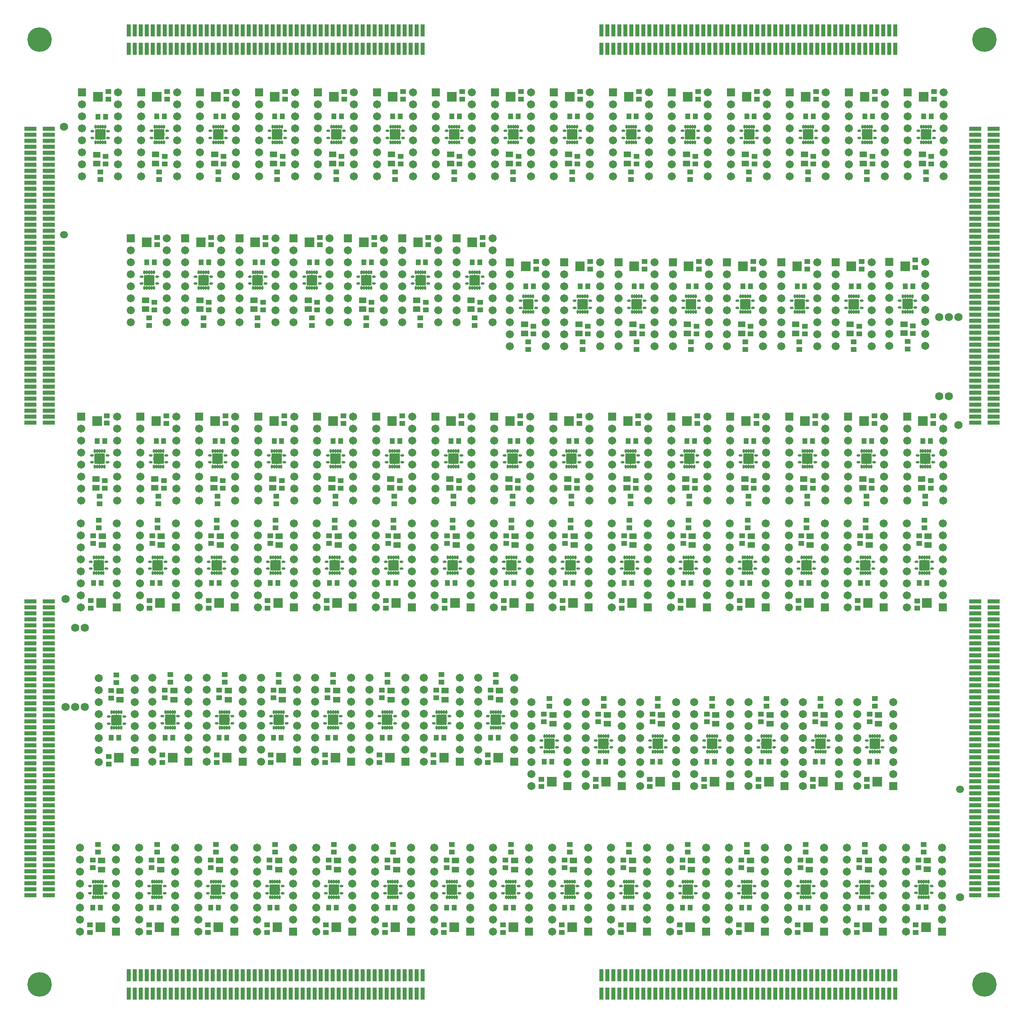
<source format=gbs>
G04 Layer_Color=16711935*
%FSLAX25Y25*%
%MOIN*%
G70*
G01*
G75*
%ADD39R,0.10249X0.03713*%
%ADD40R,0.03713X0.10249*%
%ADD41C,0.20485*%
%ADD42C,0.06706*%
%ADD43R,0.06706X0.06706*%
%ADD44C,0.06800*%
%ADD45O,0.06800X0.05918*%
%ADD46C,0.02768*%
%ADD47R,0.04737X0.04343*%
%ADD48R,0.04343X0.04737*%
%ADD49R,0.06312X0.04934*%
%ADD50R,0.01981X0.03950*%
G04:AMPARAMS|DCode=51|XSize=17.45mil|YSize=31.62mil|CornerRadius=5.98mil|HoleSize=0mil|Usage=FLASHONLY|Rotation=90.000|XOffset=0mil|YOffset=0mil|HoleType=Round|Shape=RoundedRectangle|*
%AMROUNDEDRECTD51*
21,1,0.01745,0.01965,0,0,90.0*
21,1,0.00548,0.03162,0,0,90.0*
1,1,0.01197,0.00983,0.00274*
1,1,0.01197,0.00983,-0.00274*
1,1,0.01197,-0.00983,-0.00274*
1,1,0.01197,-0.00983,0.00274*
%
%ADD51ROUNDEDRECTD51*%
G04:AMPARAMS|DCode=52|XSize=17.45mil|YSize=31.62mil|CornerRadius=5.98mil|HoleSize=0mil|Usage=FLASHONLY|Rotation=0.000|XOffset=0mil|YOffset=0mil|HoleType=Round|Shape=RoundedRectangle|*
%AMROUNDEDRECTD52*
21,1,0.01745,0.01965,0,0,0.0*
21,1,0.00548,0.03162,0,0,0.0*
1,1,0.01197,0.00274,-0.00983*
1,1,0.01197,-0.00274,-0.00983*
1,1,0.01197,-0.00274,0.00983*
1,1,0.01197,0.00274,0.00983*
%
%ADD52ROUNDEDRECTD52*%
G04:AMPARAMS|DCode=53|XSize=88.71mil|YSize=88.71mil|CornerRadius=6.02mil|HoleSize=0mil|Usage=FLASHONLY|Rotation=0.000|XOffset=0mil|YOffset=0mil|HoleType=Round|Shape=RoundedRectangle|*
%AMROUNDEDRECTD53*
21,1,0.08871,0.07667,0,0,0.0*
21,1,0.07667,0.08871,0,0,0.0*
1,1,0.01204,0.03834,-0.03834*
1,1,0.01204,-0.03834,-0.03834*
1,1,0.01204,-0.03834,0.03834*
1,1,0.01204,0.03834,0.03834*
%
%ADD53ROUNDEDRECTD53*%
D39*
X-386024Y319350D02*
D03*
Y314350D02*
D03*
Y309350D02*
D03*
Y304350D02*
D03*
Y299350D02*
D03*
Y294350D02*
D03*
Y289350D02*
D03*
Y284350D02*
D03*
Y279350D02*
D03*
Y274350D02*
D03*
Y269350D02*
D03*
Y264350D02*
D03*
Y259350D02*
D03*
Y254350D02*
D03*
Y249350D02*
D03*
Y244350D02*
D03*
Y239350D02*
D03*
Y234350D02*
D03*
Y229350D02*
D03*
Y224350D02*
D03*
Y219350D02*
D03*
Y214350D02*
D03*
Y209350D02*
D03*
Y204350D02*
D03*
Y199350D02*
D03*
Y194350D02*
D03*
Y189350D02*
D03*
Y184350D02*
D03*
Y179350D02*
D03*
Y174350D02*
D03*
Y169350D02*
D03*
Y164350D02*
D03*
Y159350D02*
D03*
Y154350D02*
D03*
Y149350D02*
D03*
Y144350D02*
D03*
Y139350D02*
D03*
Y134350D02*
D03*
Y129350D02*
D03*
Y124350D02*
D03*
Y119350D02*
D03*
Y114350D02*
D03*
Y109350D02*
D03*
Y104350D02*
D03*
Y99350D02*
D03*
Y94350D02*
D03*
Y89350D02*
D03*
Y84350D02*
D03*
Y79350D02*
D03*
Y74350D02*
D03*
X-401378Y319350D02*
D03*
Y314350D02*
D03*
Y309350D02*
D03*
Y304350D02*
D03*
Y299350D02*
D03*
Y294350D02*
D03*
Y289350D02*
D03*
Y284350D02*
D03*
Y279350D02*
D03*
Y274350D02*
D03*
Y269350D02*
D03*
Y264350D02*
D03*
Y259350D02*
D03*
Y254350D02*
D03*
Y249350D02*
D03*
Y244350D02*
D03*
Y239350D02*
D03*
Y234350D02*
D03*
Y229350D02*
D03*
Y224350D02*
D03*
Y219350D02*
D03*
Y214350D02*
D03*
Y209350D02*
D03*
Y204350D02*
D03*
Y199350D02*
D03*
Y194350D02*
D03*
Y189350D02*
D03*
Y184350D02*
D03*
Y179350D02*
D03*
Y174350D02*
D03*
Y169350D02*
D03*
Y164350D02*
D03*
Y159350D02*
D03*
Y154350D02*
D03*
Y149350D02*
D03*
Y144350D02*
D03*
Y139350D02*
D03*
Y134350D02*
D03*
Y129350D02*
D03*
Y124350D02*
D03*
Y119350D02*
D03*
Y114350D02*
D03*
Y109350D02*
D03*
Y104350D02*
D03*
Y99350D02*
D03*
Y94350D02*
D03*
Y89350D02*
D03*
Y84350D02*
D03*
Y79350D02*
D03*
Y74350D02*
D03*
X401378Y319350D02*
D03*
Y314350D02*
D03*
Y309350D02*
D03*
Y304350D02*
D03*
Y299350D02*
D03*
Y294350D02*
D03*
Y289350D02*
D03*
Y284350D02*
D03*
Y279350D02*
D03*
Y274350D02*
D03*
Y269350D02*
D03*
Y264350D02*
D03*
Y259350D02*
D03*
Y254350D02*
D03*
Y249350D02*
D03*
Y244350D02*
D03*
Y239350D02*
D03*
Y234350D02*
D03*
Y229350D02*
D03*
Y224350D02*
D03*
Y219350D02*
D03*
Y214350D02*
D03*
Y209350D02*
D03*
Y204350D02*
D03*
Y199350D02*
D03*
Y194350D02*
D03*
Y189350D02*
D03*
Y184350D02*
D03*
Y179350D02*
D03*
Y174350D02*
D03*
Y169350D02*
D03*
Y164350D02*
D03*
Y159350D02*
D03*
Y154350D02*
D03*
Y149350D02*
D03*
Y144350D02*
D03*
Y139350D02*
D03*
Y134350D02*
D03*
Y129350D02*
D03*
Y124350D02*
D03*
Y119350D02*
D03*
Y114350D02*
D03*
Y109350D02*
D03*
Y104350D02*
D03*
Y99350D02*
D03*
Y94350D02*
D03*
Y89350D02*
D03*
Y84350D02*
D03*
Y79350D02*
D03*
Y74350D02*
D03*
X386024Y319350D02*
D03*
Y314350D02*
D03*
Y309350D02*
D03*
Y304350D02*
D03*
Y299350D02*
D03*
Y294350D02*
D03*
Y289350D02*
D03*
Y284350D02*
D03*
Y279350D02*
D03*
Y274350D02*
D03*
Y269350D02*
D03*
Y264350D02*
D03*
Y259350D02*
D03*
Y254350D02*
D03*
Y249350D02*
D03*
Y244350D02*
D03*
Y239350D02*
D03*
Y234350D02*
D03*
Y229350D02*
D03*
Y224350D02*
D03*
Y219350D02*
D03*
Y214350D02*
D03*
Y209350D02*
D03*
Y204350D02*
D03*
Y199350D02*
D03*
Y194350D02*
D03*
Y189350D02*
D03*
Y184350D02*
D03*
Y179350D02*
D03*
Y174350D02*
D03*
Y169350D02*
D03*
Y164350D02*
D03*
Y159350D02*
D03*
Y154350D02*
D03*
Y149350D02*
D03*
Y144350D02*
D03*
Y139350D02*
D03*
Y134350D02*
D03*
Y129350D02*
D03*
Y124350D02*
D03*
Y119350D02*
D03*
Y114350D02*
D03*
Y109350D02*
D03*
Y104350D02*
D03*
Y99350D02*
D03*
Y94350D02*
D03*
Y89350D02*
D03*
Y84350D02*
D03*
Y79350D02*
D03*
Y74350D02*
D03*
X-401378Y-319350D02*
D03*
Y-314350D02*
D03*
Y-309350D02*
D03*
Y-304350D02*
D03*
Y-299350D02*
D03*
Y-294350D02*
D03*
Y-289350D02*
D03*
Y-284350D02*
D03*
Y-279350D02*
D03*
Y-274350D02*
D03*
Y-269350D02*
D03*
Y-264350D02*
D03*
Y-259350D02*
D03*
Y-254350D02*
D03*
Y-249350D02*
D03*
Y-244350D02*
D03*
Y-239350D02*
D03*
Y-234350D02*
D03*
Y-229350D02*
D03*
Y-224350D02*
D03*
Y-219350D02*
D03*
Y-214350D02*
D03*
Y-209350D02*
D03*
Y-204350D02*
D03*
Y-199350D02*
D03*
Y-194350D02*
D03*
Y-189350D02*
D03*
Y-184350D02*
D03*
Y-179350D02*
D03*
Y-174350D02*
D03*
Y-169350D02*
D03*
Y-164350D02*
D03*
Y-159350D02*
D03*
Y-154350D02*
D03*
Y-149350D02*
D03*
Y-144350D02*
D03*
Y-139350D02*
D03*
Y-134350D02*
D03*
Y-129350D02*
D03*
Y-124350D02*
D03*
Y-119350D02*
D03*
Y-114350D02*
D03*
Y-109350D02*
D03*
Y-104350D02*
D03*
Y-99350D02*
D03*
Y-94350D02*
D03*
Y-89350D02*
D03*
Y-84350D02*
D03*
Y-79350D02*
D03*
Y-74350D02*
D03*
X-386024Y-319350D02*
D03*
Y-314350D02*
D03*
Y-309350D02*
D03*
Y-304350D02*
D03*
Y-299350D02*
D03*
Y-294350D02*
D03*
Y-289350D02*
D03*
Y-284350D02*
D03*
Y-279350D02*
D03*
Y-274350D02*
D03*
Y-269350D02*
D03*
Y-264350D02*
D03*
Y-259350D02*
D03*
Y-254350D02*
D03*
Y-249350D02*
D03*
Y-244350D02*
D03*
Y-239350D02*
D03*
Y-234350D02*
D03*
Y-229350D02*
D03*
Y-224350D02*
D03*
Y-219350D02*
D03*
Y-214350D02*
D03*
Y-209350D02*
D03*
Y-204350D02*
D03*
Y-199350D02*
D03*
Y-194350D02*
D03*
Y-189350D02*
D03*
Y-184350D02*
D03*
Y-179350D02*
D03*
Y-174350D02*
D03*
Y-169350D02*
D03*
Y-164350D02*
D03*
Y-159350D02*
D03*
Y-154350D02*
D03*
Y-149350D02*
D03*
Y-144350D02*
D03*
Y-139350D02*
D03*
Y-134350D02*
D03*
Y-129350D02*
D03*
Y-124350D02*
D03*
Y-119350D02*
D03*
Y-114350D02*
D03*
Y-109350D02*
D03*
Y-104350D02*
D03*
Y-99350D02*
D03*
Y-94350D02*
D03*
Y-89350D02*
D03*
Y-84350D02*
D03*
Y-79350D02*
D03*
Y-74350D02*
D03*
X386024Y-319350D02*
D03*
Y-314350D02*
D03*
Y-309350D02*
D03*
Y-304350D02*
D03*
Y-299350D02*
D03*
Y-294350D02*
D03*
Y-289350D02*
D03*
Y-284350D02*
D03*
Y-279350D02*
D03*
Y-274350D02*
D03*
Y-269350D02*
D03*
Y-264350D02*
D03*
Y-259350D02*
D03*
Y-254350D02*
D03*
Y-249350D02*
D03*
Y-244350D02*
D03*
Y-239350D02*
D03*
Y-234350D02*
D03*
Y-229350D02*
D03*
Y-224350D02*
D03*
Y-219350D02*
D03*
Y-214350D02*
D03*
Y-209350D02*
D03*
Y-204350D02*
D03*
Y-199350D02*
D03*
Y-194350D02*
D03*
Y-189350D02*
D03*
Y-184350D02*
D03*
Y-179350D02*
D03*
Y-174350D02*
D03*
Y-169350D02*
D03*
Y-164350D02*
D03*
Y-159350D02*
D03*
Y-154350D02*
D03*
Y-149350D02*
D03*
Y-144350D02*
D03*
Y-139350D02*
D03*
Y-134350D02*
D03*
Y-129350D02*
D03*
Y-124350D02*
D03*
Y-119350D02*
D03*
Y-114350D02*
D03*
Y-109350D02*
D03*
Y-104350D02*
D03*
Y-99350D02*
D03*
Y-94350D02*
D03*
Y-89350D02*
D03*
Y-84350D02*
D03*
Y-79350D02*
D03*
Y-74350D02*
D03*
X401378Y-319350D02*
D03*
Y-314350D02*
D03*
Y-309350D02*
D03*
Y-304350D02*
D03*
Y-299350D02*
D03*
Y-294350D02*
D03*
Y-289350D02*
D03*
Y-284350D02*
D03*
Y-279350D02*
D03*
Y-274350D02*
D03*
Y-269350D02*
D03*
Y-264350D02*
D03*
Y-259350D02*
D03*
Y-254350D02*
D03*
Y-249350D02*
D03*
Y-244350D02*
D03*
Y-239350D02*
D03*
Y-234350D02*
D03*
Y-229350D02*
D03*
Y-224350D02*
D03*
Y-219350D02*
D03*
Y-214350D02*
D03*
Y-209350D02*
D03*
Y-204350D02*
D03*
Y-199350D02*
D03*
Y-194350D02*
D03*
Y-189350D02*
D03*
Y-184350D02*
D03*
Y-179350D02*
D03*
Y-174350D02*
D03*
Y-169350D02*
D03*
Y-164350D02*
D03*
Y-159350D02*
D03*
Y-154350D02*
D03*
Y-149350D02*
D03*
Y-144350D02*
D03*
Y-139350D02*
D03*
Y-134350D02*
D03*
Y-129350D02*
D03*
Y-124350D02*
D03*
Y-119350D02*
D03*
Y-114350D02*
D03*
Y-109350D02*
D03*
Y-104350D02*
D03*
Y-99350D02*
D03*
Y-94350D02*
D03*
Y-89350D02*
D03*
Y-84350D02*
D03*
Y-79350D02*
D03*
Y-74350D02*
D03*
D40*
X319350Y386024D02*
D03*
X314350D02*
D03*
X309350D02*
D03*
X304350D02*
D03*
X299350D02*
D03*
X294350D02*
D03*
X289350D02*
D03*
X284350D02*
D03*
X279350D02*
D03*
X274350D02*
D03*
X269350D02*
D03*
X264350D02*
D03*
X259350D02*
D03*
X254350D02*
D03*
X249350D02*
D03*
X244350D02*
D03*
X239350D02*
D03*
X234350D02*
D03*
X229350D02*
D03*
X224350D02*
D03*
X219350D02*
D03*
X214350D02*
D03*
X209350D02*
D03*
X204350D02*
D03*
X199350D02*
D03*
X194350D02*
D03*
X189350D02*
D03*
X184350D02*
D03*
X179350D02*
D03*
X174350D02*
D03*
X169350D02*
D03*
X164350D02*
D03*
X159350D02*
D03*
X154350D02*
D03*
X149350D02*
D03*
X144350D02*
D03*
X139350D02*
D03*
X134350D02*
D03*
X129350D02*
D03*
X124350D02*
D03*
X119350D02*
D03*
X114350D02*
D03*
X109350D02*
D03*
X104350D02*
D03*
X99350D02*
D03*
X94350D02*
D03*
X89350D02*
D03*
X84350D02*
D03*
X79350D02*
D03*
X74350D02*
D03*
X319350Y401378D02*
D03*
X314350D02*
D03*
X309350D02*
D03*
X304350D02*
D03*
X299350D02*
D03*
X294350D02*
D03*
X289350D02*
D03*
X284350D02*
D03*
X279350D02*
D03*
X274350D02*
D03*
X269350D02*
D03*
X264350D02*
D03*
X259350D02*
D03*
X254350D02*
D03*
X249350D02*
D03*
X244350D02*
D03*
X239350D02*
D03*
X234350D02*
D03*
X229350D02*
D03*
X224350D02*
D03*
X219350D02*
D03*
X214350D02*
D03*
X209350D02*
D03*
X204350D02*
D03*
X199350D02*
D03*
X194350D02*
D03*
X189350D02*
D03*
X184350D02*
D03*
X179350D02*
D03*
X174350D02*
D03*
X169350D02*
D03*
X164350D02*
D03*
X159350D02*
D03*
X154350D02*
D03*
X149350D02*
D03*
X144350D02*
D03*
X139350D02*
D03*
X134350D02*
D03*
X129350D02*
D03*
X124350D02*
D03*
X119350D02*
D03*
X114350D02*
D03*
X109350D02*
D03*
X104350D02*
D03*
X99350D02*
D03*
X94350D02*
D03*
X89350D02*
D03*
X84350D02*
D03*
X79350D02*
D03*
X74350D02*
D03*
X-319350Y386024D02*
D03*
X-314350D02*
D03*
X-309350D02*
D03*
X-304350D02*
D03*
X-299350D02*
D03*
X-294350D02*
D03*
X-289350D02*
D03*
X-284350D02*
D03*
X-279350D02*
D03*
X-274350D02*
D03*
X-269350D02*
D03*
X-264350D02*
D03*
X-259350D02*
D03*
X-254350D02*
D03*
X-249350D02*
D03*
X-244350D02*
D03*
X-239350D02*
D03*
X-234350D02*
D03*
X-229350D02*
D03*
X-224350D02*
D03*
X-219350D02*
D03*
X-214350D02*
D03*
X-209350D02*
D03*
X-204350D02*
D03*
X-199350D02*
D03*
X-194350D02*
D03*
X-189350D02*
D03*
X-184350D02*
D03*
X-179350D02*
D03*
X-174350D02*
D03*
X-169350D02*
D03*
X-164350D02*
D03*
X-159350D02*
D03*
X-154350D02*
D03*
X-149350D02*
D03*
X-144350D02*
D03*
X-139350D02*
D03*
X-134350D02*
D03*
X-129350D02*
D03*
X-124350D02*
D03*
X-119350D02*
D03*
X-114350D02*
D03*
X-109350D02*
D03*
X-104350D02*
D03*
X-99350D02*
D03*
X-94350D02*
D03*
X-89350D02*
D03*
X-84350D02*
D03*
X-79350D02*
D03*
X-74350D02*
D03*
X-319350Y401378D02*
D03*
X-314350D02*
D03*
X-309350D02*
D03*
X-304350D02*
D03*
X-299350D02*
D03*
X-294350D02*
D03*
X-289350D02*
D03*
X-284350D02*
D03*
X-279350D02*
D03*
X-274350D02*
D03*
X-269350D02*
D03*
X-264350D02*
D03*
X-259350D02*
D03*
X-254350D02*
D03*
X-249350D02*
D03*
X-244350D02*
D03*
X-239350D02*
D03*
X-234350D02*
D03*
X-229350D02*
D03*
X-224350D02*
D03*
X-219350D02*
D03*
X-214350D02*
D03*
X-209350D02*
D03*
X-204350D02*
D03*
X-199350D02*
D03*
X-194350D02*
D03*
X-189350D02*
D03*
X-184350D02*
D03*
X-179350D02*
D03*
X-174350D02*
D03*
X-169350D02*
D03*
X-164350D02*
D03*
X-159350D02*
D03*
X-154350D02*
D03*
X-149350D02*
D03*
X-144350D02*
D03*
X-139350D02*
D03*
X-134350D02*
D03*
X-129350D02*
D03*
X-124350D02*
D03*
X-119350D02*
D03*
X-114350D02*
D03*
X-109350D02*
D03*
X-104350D02*
D03*
X-99350D02*
D03*
X-94350D02*
D03*
X-89350D02*
D03*
X-84350D02*
D03*
X-79350D02*
D03*
X-74350D02*
D03*
X319350Y-386024D02*
D03*
X314350D02*
D03*
X309350D02*
D03*
X304350D02*
D03*
X299350D02*
D03*
X294350D02*
D03*
X289350D02*
D03*
X284350D02*
D03*
X279350D02*
D03*
X274350D02*
D03*
X269350D02*
D03*
X264350D02*
D03*
X259350D02*
D03*
X254350D02*
D03*
X249350D02*
D03*
X244350D02*
D03*
X239350D02*
D03*
X234350D02*
D03*
X229350D02*
D03*
X224350D02*
D03*
X219350D02*
D03*
X214350D02*
D03*
X209350D02*
D03*
X204350D02*
D03*
X199350D02*
D03*
X194350D02*
D03*
X189350D02*
D03*
X184350D02*
D03*
X179350D02*
D03*
X174350D02*
D03*
X169350D02*
D03*
X164350D02*
D03*
X159350D02*
D03*
X154350D02*
D03*
X149350D02*
D03*
X144350D02*
D03*
X139350D02*
D03*
X134350D02*
D03*
X129350D02*
D03*
X124350D02*
D03*
X119350D02*
D03*
X114350D02*
D03*
X109350D02*
D03*
X104350D02*
D03*
X99350D02*
D03*
X94350D02*
D03*
X89350D02*
D03*
X84350D02*
D03*
X79350D02*
D03*
X74350D02*
D03*
X319350Y-401378D02*
D03*
X314350D02*
D03*
X309350D02*
D03*
X304350D02*
D03*
X299350D02*
D03*
X294350D02*
D03*
X289350D02*
D03*
X284350D02*
D03*
X279350D02*
D03*
X274350D02*
D03*
X269350D02*
D03*
X264350D02*
D03*
X259350D02*
D03*
X254350D02*
D03*
X249350D02*
D03*
X244350D02*
D03*
X239350D02*
D03*
X234350D02*
D03*
X229350D02*
D03*
X224350D02*
D03*
X219350D02*
D03*
X214350D02*
D03*
X209350D02*
D03*
X204350D02*
D03*
X199350D02*
D03*
X194350D02*
D03*
X189350D02*
D03*
X184350D02*
D03*
X179350D02*
D03*
X174350D02*
D03*
X169350D02*
D03*
X164350D02*
D03*
X159350D02*
D03*
X154350D02*
D03*
X149350D02*
D03*
X144350D02*
D03*
X139350D02*
D03*
X134350D02*
D03*
X129350D02*
D03*
X124350D02*
D03*
X119350D02*
D03*
X114350D02*
D03*
X109350D02*
D03*
X104350D02*
D03*
X99350D02*
D03*
X94350D02*
D03*
X89350D02*
D03*
X84350D02*
D03*
X79350D02*
D03*
X74350D02*
D03*
X-319350Y-386024D02*
D03*
X-314350D02*
D03*
X-309350D02*
D03*
X-304350D02*
D03*
X-299350D02*
D03*
X-294350D02*
D03*
X-289350D02*
D03*
X-284350D02*
D03*
X-279350D02*
D03*
X-274350D02*
D03*
X-269350D02*
D03*
X-264350D02*
D03*
X-259350D02*
D03*
X-254350D02*
D03*
X-249350D02*
D03*
X-244350D02*
D03*
X-239350D02*
D03*
X-234350D02*
D03*
X-229350D02*
D03*
X-224350D02*
D03*
X-219350D02*
D03*
X-214350D02*
D03*
X-209350D02*
D03*
X-204350D02*
D03*
X-199350D02*
D03*
X-194350D02*
D03*
X-189350D02*
D03*
X-184350D02*
D03*
X-179350D02*
D03*
X-174350D02*
D03*
X-169350D02*
D03*
X-164350D02*
D03*
X-159350D02*
D03*
X-154350D02*
D03*
X-149350D02*
D03*
X-144350D02*
D03*
X-139350D02*
D03*
X-134350D02*
D03*
X-129350D02*
D03*
X-124350D02*
D03*
X-119350D02*
D03*
X-114350D02*
D03*
X-109350D02*
D03*
X-104350D02*
D03*
X-99350D02*
D03*
X-94350D02*
D03*
X-89350D02*
D03*
X-84350D02*
D03*
X-79350D02*
D03*
X-74350D02*
D03*
X-319350Y-401378D02*
D03*
X-314350D02*
D03*
X-309350D02*
D03*
X-304350D02*
D03*
X-299350D02*
D03*
X-294350D02*
D03*
X-289350D02*
D03*
X-284350D02*
D03*
X-279350D02*
D03*
X-274350D02*
D03*
X-269350D02*
D03*
X-264350D02*
D03*
X-259350D02*
D03*
X-254350D02*
D03*
X-249350D02*
D03*
X-244350D02*
D03*
X-239350D02*
D03*
X-234350D02*
D03*
X-229350D02*
D03*
X-224350D02*
D03*
X-219350D02*
D03*
X-214350D02*
D03*
X-209350D02*
D03*
X-204350D02*
D03*
X-199350D02*
D03*
X-194350D02*
D03*
X-189350D02*
D03*
X-184350D02*
D03*
X-179350D02*
D03*
X-174350D02*
D03*
X-169350D02*
D03*
X-164350D02*
D03*
X-159350D02*
D03*
X-154350D02*
D03*
X-149350D02*
D03*
X-144350D02*
D03*
X-139350D02*
D03*
X-134350D02*
D03*
X-129350D02*
D03*
X-124350D02*
D03*
X-119350D02*
D03*
X-114350D02*
D03*
X-109350D02*
D03*
X-104350D02*
D03*
X-99350D02*
D03*
X-94350D02*
D03*
X-89350D02*
D03*
X-84350D02*
D03*
X-79350D02*
D03*
X-74350D02*
D03*
D41*
X-393701Y-393701D02*
D03*
X393701D02*
D03*
X-393701Y393701D02*
D03*
X393701D02*
D03*
D42*
X-209251Y-138229D02*
D03*
Y-148229D02*
D03*
Y-158229D02*
D03*
Y-168229D02*
D03*
Y-178229D02*
D03*
Y-188229D02*
D03*
Y-198229D02*
D03*
Y-208229D02*
D03*
X-179251Y-138229D02*
D03*
Y-148229D02*
D03*
Y-158229D02*
D03*
Y-168229D02*
D03*
Y-178229D02*
D03*
Y-188229D02*
D03*
Y-198229D02*
D03*
X230087Y-279805D02*
D03*
Y-289805D02*
D03*
Y-299805D02*
D03*
Y-309805D02*
D03*
Y-319805D02*
D03*
Y-329805D02*
D03*
Y-339805D02*
D03*
Y-349805D02*
D03*
X260087Y-279805D02*
D03*
Y-289805D02*
D03*
Y-299805D02*
D03*
Y-309805D02*
D03*
Y-319805D02*
D03*
Y-329805D02*
D03*
Y-339805D02*
D03*
X-360002Y-279805D02*
D03*
Y-289805D02*
D03*
Y-299805D02*
D03*
Y-309805D02*
D03*
Y-319805D02*
D03*
Y-329805D02*
D03*
Y-339805D02*
D03*
Y-349805D02*
D03*
X-330002Y-279805D02*
D03*
Y-289805D02*
D03*
Y-299805D02*
D03*
Y-309805D02*
D03*
Y-319805D02*
D03*
Y-329805D02*
D03*
Y-339805D02*
D03*
X-310828Y-279805D02*
D03*
Y-289805D02*
D03*
Y-299805D02*
D03*
Y-309805D02*
D03*
Y-319805D02*
D03*
Y-329805D02*
D03*
Y-339805D02*
D03*
Y-349805D02*
D03*
X-280828Y-279805D02*
D03*
Y-289805D02*
D03*
Y-299805D02*
D03*
Y-309805D02*
D03*
Y-319805D02*
D03*
Y-329805D02*
D03*
Y-339805D02*
D03*
X-261654Y-279805D02*
D03*
Y-289805D02*
D03*
Y-299805D02*
D03*
Y-309805D02*
D03*
Y-319805D02*
D03*
Y-329805D02*
D03*
Y-339805D02*
D03*
Y-349805D02*
D03*
X-231654Y-279805D02*
D03*
Y-289805D02*
D03*
Y-299805D02*
D03*
Y-309805D02*
D03*
Y-319805D02*
D03*
Y-329805D02*
D03*
Y-339805D02*
D03*
X-212480Y-279805D02*
D03*
Y-289805D02*
D03*
Y-299805D02*
D03*
Y-309805D02*
D03*
Y-319805D02*
D03*
Y-329805D02*
D03*
Y-339805D02*
D03*
Y-349805D02*
D03*
X-182480Y-279805D02*
D03*
Y-289805D02*
D03*
Y-299805D02*
D03*
Y-309805D02*
D03*
Y-319805D02*
D03*
Y-329805D02*
D03*
Y-339805D02*
D03*
X-163306Y-279805D02*
D03*
Y-289805D02*
D03*
Y-299805D02*
D03*
Y-309805D02*
D03*
Y-319805D02*
D03*
Y-329805D02*
D03*
Y-339805D02*
D03*
Y-349805D02*
D03*
X-133306Y-279805D02*
D03*
Y-289805D02*
D03*
Y-299805D02*
D03*
Y-309805D02*
D03*
Y-319805D02*
D03*
Y-329805D02*
D03*
Y-339805D02*
D03*
X-114132Y-279805D02*
D03*
Y-289805D02*
D03*
Y-299805D02*
D03*
Y-309805D02*
D03*
Y-319805D02*
D03*
Y-329805D02*
D03*
Y-339805D02*
D03*
Y-349805D02*
D03*
X-84132Y-279805D02*
D03*
Y-289805D02*
D03*
Y-299805D02*
D03*
Y-309805D02*
D03*
Y-319805D02*
D03*
Y-329805D02*
D03*
Y-339805D02*
D03*
X-64958Y-279805D02*
D03*
Y-289805D02*
D03*
Y-299805D02*
D03*
Y-309805D02*
D03*
Y-319805D02*
D03*
Y-329805D02*
D03*
Y-339805D02*
D03*
Y-349805D02*
D03*
X-34958Y-279805D02*
D03*
Y-289805D02*
D03*
Y-299805D02*
D03*
Y-309805D02*
D03*
Y-319805D02*
D03*
Y-329805D02*
D03*
Y-339805D02*
D03*
X-15784Y-279805D02*
D03*
Y-289805D02*
D03*
Y-299805D02*
D03*
Y-309805D02*
D03*
Y-319805D02*
D03*
Y-329805D02*
D03*
Y-339805D02*
D03*
Y-349805D02*
D03*
X14216Y-279805D02*
D03*
Y-289805D02*
D03*
Y-299805D02*
D03*
Y-309805D02*
D03*
Y-319805D02*
D03*
Y-329805D02*
D03*
Y-339805D02*
D03*
X33390Y-279805D02*
D03*
Y-289805D02*
D03*
Y-299805D02*
D03*
Y-309805D02*
D03*
Y-319805D02*
D03*
Y-329805D02*
D03*
Y-339805D02*
D03*
Y-349805D02*
D03*
X63390Y-279805D02*
D03*
Y-289805D02*
D03*
Y-299805D02*
D03*
Y-309805D02*
D03*
Y-319805D02*
D03*
Y-329805D02*
D03*
Y-339805D02*
D03*
X82565Y-279805D02*
D03*
Y-289805D02*
D03*
Y-299805D02*
D03*
Y-309805D02*
D03*
Y-319805D02*
D03*
Y-329805D02*
D03*
Y-339805D02*
D03*
Y-349805D02*
D03*
X112565Y-279805D02*
D03*
Y-289805D02*
D03*
Y-299805D02*
D03*
Y-309805D02*
D03*
Y-319805D02*
D03*
Y-329805D02*
D03*
Y-339805D02*
D03*
X131739Y-279805D02*
D03*
Y-289805D02*
D03*
Y-299805D02*
D03*
Y-309805D02*
D03*
Y-319805D02*
D03*
Y-329805D02*
D03*
Y-339805D02*
D03*
Y-349805D02*
D03*
X161739Y-279805D02*
D03*
Y-289805D02*
D03*
Y-299805D02*
D03*
Y-309805D02*
D03*
Y-319805D02*
D03*
Y-329805D02*
D03*
Y-339805D02*
D03*
X180913Y-279805D02*
D03*
Y-289805D02*
D03*
Y-299805D02*
D03*
Y-309805D02*
D03*
Y-319805D02*
D03*
Y-329805D02*
D03*
Y-339805D02*
D03*
Y-349805D02*
D03*
X210913Y-279805D02*
D03*
Y-289805D02*
D03*
Y-299805D02*
D03*
Y-309805D02*
D03*
Y-319805D02*
D03*
Y-329805D02*
D03*
Y-339805D02*
D03*
X279261Y-279805D02*
D03*
Y-289805D02*
D03*
Y-299805D02*
D03*
Y-309805D02*
D03*
Y-319805D02*
D03*
Y-329805D02*
D03*
Y-339805D02*
D03*
Y-349805D02*
D03*
X309261Y-279805D02*
D03*
Y-289805D02*
D03*
Y-299805D02*
D03*
Y-309805D02*
D03*
Y-319805D02*
D03*
Y-329805D02*
D03*
Y-339805D02*
D03*
X-344600Y-138400D02*
D03*
Y-148400D02*
D03*
Y-158400D02*
D03*
Y-168400D02*
D03*
Y-178400D02*
D03*
Y-188400D02*
D03*
Y-198400D02*
D03*
Y-208400D02*
D03*
X-314600Y-138400D02*
D03*
Y-148400D02*
D03*
Y-158400D02*
D03*
Y-168400D02*
D03*
Y-178400D02*
D03*
Y-188400D02*
D03*
Y-198400D02*
D03*
X-299725Y-138229D02*
D03*
Y-148229D02*
D03*
Y-158229D02*
D03*
Y-168229D02*
D03*
Y-178229D02*
D03*
Y-188229D02*
D03*
Y-198229D02*
D03*
Y-208229D02*
D03*
X-269725Y-138229D02*
D03*
Y-148229D02*
D03*
Y-158229D02*
D03*
Y-168229D02*
D03*
Y-178229D02*
D03*
Y-188229D02*
D03*
Y-198229D02*
D03*
X-254488Y-138229D02*
D03*
Y-148229D02*
D03*
Y-158229D02*
D03*
Y-168229D02*
D03*
Y-178229D02*
D03*
Y-188229D02*
D03*
Y-198229D02*
D03*
Y-208229D02*
D03*
X-224488Y-138229D02*
D03*
Y-148229D02*
D03*
Y-158229D02*
D03*
Y-168229D02*
D03*
Y-178229D02*
D03*
Y-188229D02*
D03*
Y-198229D02*
D03*
X-164014Y-138229D02*
D03*
Y-148229D02*
D03*
Y-158229D02*
D03*
Y-168229D02*
D03*
Y-178229D02*
D03*
Y-188229D02*
D03*
Y-198229D02*
D03*
Y-208229D02*
D03*
X-134014Y-138229D02*
D03*
Y-148229D02*
D03*
Y-158229D02*
D03*
Y-168229D02*
D03*
Y-178229D02*
D03*
Y-188229D02*
D03*
Y-198229D02*
D03*
X-118777Y-138229D02*
D03*
Y-148229D02*
D03*
Y-158229D02*
D03*
Y-168229D02*
D03*
Y-178229D02*
D03*
Y-188229D02*
D03*
Y-198229D02*
D03*
Y-208229D02*
D03*
X-88777Y-138229D02*
D03*
Y-148229D02*
D03*
Y-158229D02*
D03*
Y-168229D02*
D03*
Y-178229D02*
D03*
Y-188229D02*
D03*
Y-198229D02*
D03*
X-73540Y-138229D02*
D03*
Y-148229D02*
D03*
Y-158229D02*
D03*
Y-168229D02*
D03*
Y-178229D02*
D03*
Y-188229D02*
D03*
Y-198229D02*
D03*
Y-208229D02*
D03*
X-43540Y-138229D02*
D03*
Y-148229D02*
D03*
Y-158229D02*
D03*
Y-168229D02*
D03*
Y-178229D02*
D03*
Y-188229D02*
D03*
Y-198229D02*
D03*
X-28303Y-138229D02*
D03*
Y-148229D02*
D03*
Y-158229D02*
D03*
Y-168229D02*
D03*
Y-178229D02*
D03*
Y-188229D02*
D03*
Y-198229D02*
D03*
Y-208229D02*
D03*
X1697Y-138229D02*
D03*
Y-148229D02*
D03*
Y-158229D02*
D03*
Y-168229D02*
D03*
Y-178229D02*
D03*
Y-188229D02*
D03*
Y-198229D02*
D03*
X328429Y-279724D02*
D03*
Y-289724D02*
D03*
Y-299724D02*
D03*
Y-309724D02*
D03*
Y-319724D02*
D03*
Y-329724D02*
D03*
Y-339724D02*
D03*
Y-349724D02*
D03*
X358429Y-279724D02*
D03*
Y-289724D02*
D03*
Y-299724D02*
D03*
Y-309724D02*
D03*
Y-319724D02*
D03*
Y-329724D02*
D03*
Y-339724D02*
D03*
X16287Y-158331D02*
D03*
Y-168331D02*
D03*
Y-178331D02*
D03*
Y-188331D02*
D03*
Y-198331D02*
D03*
Y-208331D02*
D03*
Y-218331D02*
D03*
Y-228331D02*
D03*
X46287Y-158331D02*
D03*
Y-168331D02*
D03*
Y-178331D02*
D03*
Y-188331D02*
D03*
Y-198331D02*
D03*
Y-208331D02*
D03*
Y-218331D02*
D03*
X61524Y-158331D02*
D03*
Y-168331D02*
D03*
Y-178331D02*
D03*
Y-188331D02*
D03*
Y-198331D02*
D03*
Y-208331D02*
D03*
Y-218331D02*
D03*
Y-228331D02*
D03*
X91524Y-158331D02*
D03*
Y-168331D02*
D03*
Y-178331D02*
D03*
Y-188331D02*
D03*
Y-198331D02*
D03*
Y-208331D02*
D03*
Y-218331D02*
D03*
X106761Y-158331D02*
D03*
Y-168331D02*
D03*
Y-178331D02*
D03*
Y-188331D02*
D03*
Y-198331D02*
D03*
Y-208331D02*
D03*
Y-218331D02*
D03*
Y-228331D02*
D03*
X136761Y-158331D02*
D03*
Y-168331D02*
D03*
Y-178331D02*
D03*
Y-188331D02*
D03*
Y-198331D02*
D03*
Y-208331D02*
D03*
Y-218331D02*
D03*
X151998Y-158331D02*
D03*
Y-168331D02*
D03*
Y-178331D02*
D03*
Y-188331D02*
D03*
Y-198331D02*
D03*
Y-208331D02*
D03*
Y-218331D02*
D03*
Y-228331D02*
D03*
X181998Y-158331D02*
D03*
Y-168331D02*
D03*
Y-178331D02*
D03*
Y-188331D02*
D03*
Y-198331D02*
D03*
Y-208331D02*
D03*
Y-218331D02*
D03*
X197235Y-158331D02*
D03*
Y-168331D02*
D03*
Y-178331D02*
D03*
Y-188331D02*
D03*
Y-198331D02*
D03*
Y-208331D02*
D03*
Y-218331D02*
D03*
Y-228331D02*
D03*
X227235Y-158331D02*
D03*
Y-168331D02*
D03*
Y-178331D02*
D03*
Y-188331D02*
D03*
Y-198331D02*
D03*
Y-208331D02*
D03*
Y-218331D02*
D03*
X242472Y-158331D02*
D03*
Y-168331D02*
D03*
Y-178331D02*
D03*
Y-188331D02*
D03*
Y-198331D02*
D03*
Y-208331D02*
D03*
Y-218331D02*
D03*
Y-228331D02*
D03*
X272472Y-158331D02*
D03*
Y-168331D02*
D03*
Y-178331D02*
D03*
Y-188331D02*
D03*
Y-198331D02*
D03*
Y-208331D02*
D03*
Y-218331D02*
D03*
X287709Y-158331D02*
D03*
Y-168331D02*
D03*
Y-178331D02*
D03*
Y-188331D02*
D03*
Y-198331D02*
D03*
Y-208331D02*
D03*
Y-218331D02*
D03*
Y-228331D02*
D03*
X317709Y-158331D02*
D03*
Y-168331D02*
D03*
Y-178331D02*
D03*
Y-188331D02*
D03*
Y-198331D02*
D03*
Y-208331D02*
D03*
Y-218331D02*
D03*
X-359402Y-9383D02*
D03*
Y-19383D02*
D03*
Y-29383D02*
D03*
Y-39383D02*
D03*
Y-49383D02*
D03*
Y-59383D02*
D03*
Y-69383D02*
D03*
Y-79383D02*
D03*
X-329402Y-9383D02*
D03*
Y-19383D02*
D03*
Y-29383D02*
D03*
Y-39383D02*
D03*
Y-49383D02*
D03*
Y-59383D02*
D03*
Y-69383D02*
D03*
X-310228Y-9383D02*
D03*
Y-19383D02*
D03*
Y-29383D02*
D03*
Y-39383D02*
D03*
Y-49383D02*
D03*
Y-59383D02*
D03*
Y-69383D02*
D03*
Y-79383D02*
D03*
X-280228Y-9383D02*
D03*
Y-19383D02*
D03*
Y-29383D02*
D03*
Y-39383D02*
D03*
Y-49383D02*
D03*
Y-59383D02*
D03*
Y-69383D02*
D03*
X-261054Y-9383D02*
D03*
Y-19383D02*
D03*
Y-29383D02*
D03*
Y-39383D02*
D03*
Y-49383D02*
D03*
Y-59383D02*
D03*
Y-69383D02*
D03*
Y-79383D02*
D03*
X-231054Y-9383D02*
D03*
Y-19383D02*
D03*
Y-29383D02*
D03*
Y-39383D02*
D03*
Y-49383D02*
D03*
Y-59383D02*
D03*
Y-69383D02*
D03*
X-211880Y-9383D02*
D03*
Y-19383D02*
D03*
Y-29383D02*
D03*
Y-39383D02*
D03*
Y-49383D02*
D03*
Y-59383D02*
D03*
Y-69383D02*
D03*
Y-79383D02*
D03*
X-181880Y-9383D02*
D03*
Y-19383D02*
D03*
Y-29383D02*
D03*
Y-39383D02*
D03*
Y-49383D02*
D03*
Y-59383D02*
D03*
Y-69383D02*
D03*
X-162706Y-9383D02*
D03*
Y-19383D02*
D03*
Y-29383D02*
D03*
Y-39383D02*
D03*
Y-49383D02*
D03*
Y-59383D02*
D03*
Y-69383D02*
D03*
Y-79383D02*
D03*
X-132706Y-9383D02*
D03*
Y-19383D02*
D03*
Y-29383D02*
D03*
Y-39383D02*
D03*
Y-49383D02*
D03*
Y-59383D02*
D03*
Y-69383D02*
D03*
X-113532Y-9383D02*
D03*
Y-19383D02*
D03*
Y-29383D02*
D03*
Y-39383D02*
D03*
Y-49383D02*
D03*
Y-59383D02*
D03*
Y-69383D02*
D03*
Y-79383D02*
D03*
X-83532Y-9383D02*
D03*
Y-19383D02*
D03*
Y-29383D02*
D03*
Y-39383D02*
D03*
Y-49383D02*
D03*
Y-59383D02*
D03*
Y-69383D02*
D03*
X-64358Y-9383D02*
D03*
Y-19383D02*
D03*
Y-29383D02*
D03*
Y-39383D02*
D03*
Y-49383D02*
D03*
Y-59383D02*
D03*
Y-69383D02*
D03*
Y-79383D02*
D03*
X-34358Y-9383D02*
D03*
Y-19383D02*
D03*
Y-29383D02*
D03*
Y-39383D02*
D03*
Y-49383D02*
D03*
Y-59383D02*
D03*
Y-69383D02*
D03*
X-15184Y-9383D02*
D03*
Y-19383D02*
D03*
Y-29383D02*
D03*
Y-39383D02*
D03*
Y-49383D02*
D03*
Y-59383D02*
D03*
Y-69383D02*
D03*
Y-79383D02*
D03*
X14816Y-9383D02*
D03*
Y-19383D02*
D03*
Y-29383D02*
D03*
Y-39383D02*
D03*
Y-49383D02*
D03*
Y-59383D02*
D03*
Y-69383D02*
D03*
X33990Y-9383D02*
D03*
Y-19383D02*
D03*
Y-29383D02*
D03*
Y-39383D02*
D03*
Y-49383D02*
D03*
Y-59383D02*
D03*
Y-69383D02*
D03*
Y-79383D02*
D03*
X63990Y-9383D02*
D03*
Y-19383D02*
D03*
Y-29383D02*
D03*
Y-39383D02*
D03*
Y-49383D02*
D03*
Y-59383D02*
D03*
Y-69383D02*
D03*
X83165Y-9383D02*
D03*
Y-19383D02*
D03*
Y-29383D02*
D03*
Y-39383D02*
D03*
Y-49383D02*
D03*
Y-59383D02*
D03*
Y-69383D02*
D03*
Y-79383D02*
D03*
X113165Y-9383D02*
D03*
Y-19383D02*
D03*
Y-29383D02*
D03*
Y-39383D02*
D03*
Y-49383D02*
D03*
Y-59383D02*
D03*
Y-69383D02*
D03*
X132339Y-9383D02*
D03*
Y-19383D02*
D03*
Y-29383D02*
D03*
Y-39383D02*
D03*
Y-49383D02*
D03*
Y-59383D02*
D03*
Y-69383D02*
D03*
Y-79383D02*
D03*
X162339Y-9383D02*
D03*
Y-19383D02*
D03*
Y-29383D02*
D03*
Y-39383D02*
D03*
Y-49383D02*
D03*
Y-59383D02*
D03*
Y-69383D02*
D03*
X181513Y-9383D02*
D03*
Y-19383D02*
D03*
Y-29383D02*
D03*
Y-39383D02*
D03*
Y-49383D02*
D03*
Y-59383D02*
D03*
Y-69383D02*
D03*
Y-79383D02*
D03*
X211513Y-9383D02*
D03*
Y-19383D02*
D03*
Y-29383D02*
D03*
Y-39383D02*
D03*
Y-49383D02*
D03*
Y-59383D02*
D03*
Y-69383D02*
D03*
X230687Y-9383D02*
D03*
Y-19383D02*
D03*
Y-29383D02*
D03*
Y-39383D02*
D03*
Y-49383D02*
D03*
Y-59383D02*
D03*
Y-69383D02*
D03*
Y-79383D02*
D03*
X260687Y-9383D02*
D03*
Y-19383D02*
D03*
Y-29383D02*
D03*
Y-39383D02*
D03*
Y-49383D02*
D03*
Y-59383D02*
D03*
Y-69383D02*
D03*
X279861Y-9383D02*
D03*
Y-19383D02*
D03*
Y-29383D02*
D03*
Y-39383D02*
D03*
Y-49383D02*
D03*
Y-59383D02*
D03*
Y-69383D02*
D03*
Y-79383D02*
D03*
X309861Y-9383D02*
D03*
Y-19383D02*
D03*
Y-29383D02*
D03*
Y-39383D02*
D03*
Y-49383D02*
D03*
Y-59383D02*
D03*
Y-69383D02*
D03*
X329035Y-9383D02*
D03*
Y-19383D02*
D03*
Y-29383D02*
D03*
Y-39383D02*
D03*
Y-49383D02*
D03*
Y-59383D02*
D03*
Y-69383D02*
D03*
Y-79383D02*
D03*
X359035Y-9383D02*
D03*
Y-19383D02*
D03*
Y-29383D02*
D03*
Y-39383D02*
D03*
Y-49383D02*
D03*
Y-59383D02*
D03*
Y-69383D02*
D03*
X-329035Y9383D02*
D03*
Y19383D02*
D03*
Y29383D02*
D03*
Y39383D02*
D03*
Y49383D02*
D03*
Y59383D02*
D03*
Y69383D02*
D03*
Y79383D02*
D03*
X-359035Y9383D02*
D03*
Y19383D02*
D03*
Y29383D02*
D03*
Y39383D02*
D03*
Y49383D02*
D03*
Y59383D02*
D03*
Y69383D02*
D03*
X-279861Y9383D02*
D03*
Y19383D02*
D03*
Y29383D02*
D03*
Y39383D02*
D03*
Y49383D02*
D03*
Y59383D02*
D03*
Y69383D02*
D03*
Y79383D02*
D03*
X-309861Y9383D02*
D03*
Y19383D02*
D03*
Y29383D02*
D03*
Y39383D02*
D03*
Y49383D02*
D03*
Y59383D02*
D03*
Y69383D02*
D03*
X-230687Y9383D02*
D03*
Y19383D02*
D03*
Y29383D02*
D03*
Y39383D02*
D03*
Y49383D02*
D03*
Y59383D02*
D03*
Y69383D02*
D03*
Y79383D02*
D03*
X-260687Y9383D02*
D03*
Y19383D02*
D03*
Y29383D02*
D03*
Y39383D02*
D03*
Y49383D02*
D03*
Y59383D02*
D03*
Y69383D02*
D03*
X-181513Y9383D02*
D03*
Y19383D02*
D03*
Y29383D02*
D03*
Y39383D02*
D03*
Y49383D02*
D03*
Y59383D02*
D03*
Y69383D02*
D03*
Y79383D02*
D03*
X-211513Y9383D02*
D03*
Y19383D02*
D03*
Y29383D02*
D03*
Y39383D02*
D03*
Y49383D02*
D03*
Y59383D02*
D03*
Y69383D02*
D03*
X-132339Y9383D02*
D03*
Y19383D02*
D03*
Y29383D02*
D03*
Y39383D02*
D03*
Y49383D02*
D03*
Y59383D02*
D03*
Y69383D02*
D03*
Y79383D02*
D03*
X-162339Y9383D02*
D03*
Y19383D02*
D03*
Y29383D02*
D03*
Y39383D02*
D03*
Y49383D02*
D03*
Y59383D02*
D03*
Y69383D02*
D03*
X-83165Y9383D02*
D03*
Y19383D02*
D03*
Y29383D02*
D03*
Y39383D02*
D03*
Y49383D02*
D03*
Y59383D02*
D03*
Y69383D02*
D03*
Y79383D02*
D03*
X-113165Y9383D02*
D03*
Y19383D02*
D03*
Y29383D02*
D03*
Y39383D02*
D03*
Y49383D02*
D03*
Y59383D02*
D03*
Y69383D02*
D03*
X-33990Y9383D02*
D03*
Y19383D02*
D03*
Y29383D02*
D03*
Y39383D02*
D03*
Y49383D02*
D03*
Y59383D02*
D03*
Y69383D02*
D03*
Y79383D02*
D03*
X-63990Y9383D02*
D03*
Y19383D02*
D03*
Y29383D02*
D03*
Y39383D02*
D03*
Y49383D02*
D03*
Y59383D02*
D03*
Y69383D02*
D03*
X15184Y9383D02*
D03*
Y19383D02*
D03*
Y29383D02*
D03*
Y39383D02*
D03*
Y49383D02*
D03*
Y59383D02*
D03*
Y69383D02*
D03*
Y79383D02*
D03*
X-14816Y9383D02*
D03*
Y19383D02*
D03*
Y29383D02*
D03*
Y39383D02*
D03*
Y49383D02*
D03*
Y59383D02*
D03*
Y69383D02*
D03*
X64358Y9383D02*
D03*
Y19383D02*
D03*
Y29383D02*
D03*
Y39383D02*
D03*
Y49383D02*
D03*
Y59383D02*
D03*
Y69383D02*
D03*
Y79383D02*
D03*
X34358Y9383D02*
D03*
Y19383D02*
D03*
Y29383D02*
D03*
Y39383D02*
D03*
Y49383D02*
D03*
Y59383D02*
D03*
Y69383D02*
D03*
X113532Y9383D02*
D03*
Y19383D02*
D03*
Y29383D02*
D03*
Y39383D02*
D03*
Y49383D02*
D03*
Y59383D02*
D03*
Y69383D02*
D03*
Y79383D02*
D03*
X83532Y9383D02*
D03*
Y19383D02*
D03*
Y29383D02*
D03*
Y39383D02*
D03*
Y49383D02*
D03*
Y59383D02*
D03*
Y69383D02*
D03*
X162706Y9383D02*
D03*
Y19383D02*
D03*
Y29383D02*
D03*
Y39383D02*
D03*
Y49383D02*
D03*
Y59383D02*
D03*
Y69383D02*
D03*
Y79383D02*
D03*
X132706Y9383D02*
D03*
Y19383D02*
D03*
Y29383D02*
D03*
Y39383D02*
D03*
Y49383D02*
D03*
Y59383D02*
D03*
Y69383D02*
D03*
X211880Y9383D02*
D03*
Y19383D02*
D03*
Y29383D02*
D03*
Y39383D02*
D03*
Y49383D02*
D03*
Y59383D02*
D03*
Y69383D02*
D03*
Y79383D02*
D03*
X181880Y9383D02*
D03*
Y19383D02*
D03*
Y29383D02*
D03*
Y39383D02*
D03*
Y49383D02*
D03*
Y59383D02*
D03*
Y69383D02*
D03*
X261054Y9383D02*
D03*
Y19383D02*
D03*
Y29383D02*
D03*
Y39383D02*
D03*
Y49383D02*
D03*
Y59383D02*
D03*
Y69383D02*
D03*
Y79383D02*
D03*
X231054Y9383D02*
D03*
Y19383D02*
D03*
Y29383D02*
D03*
Y39383D02*
D03*
Y49383D02*
D03*
Y59383D02*
D03*
Y69383D02*
D03*
X310228Y9383D02*
D03*
Y19383D02*
D03*
Y29383D02*
D03*
Y39383D02*
D03*
Y49383D02*
D03*
Y59383D02*
D03*
Y69383D02*
D03*
Y79383D02*
D03*
X280228Y9383D02*
D03*
Y19383D02*
D03*
Y29383D02*
D03*
Y39383D02*
D03*
Y49383D02*
D03*
Y59383D02*
D03*
Y69383D02*
D03*
X359402Y9383D02*
D03*
Y19383D02*
D03*
Y29383D02*
D03*
Y39383D02*
D03*
Y49383D02*
D03*
Y59383D02*
D03*
Y69383D02*
D03*
Y79383D02*
D03*
X329402Y9383D02*
D03*
Y19383D02*
D03*
Y29383D02*
D03*
Y39383D02*
D03*
Y49383D02*
D03*
Y59383D02*
D03*
Y69383D02*
D03*
X-287709Y158331D02*
D03*
Y168331D02*
D03*
Y178331D02*
D03*
Y188331D02*
D03*
Y198331D02*
D03*
Y208331D02*
D03*
Y218331D02*
D03*
Y228331D02*
D03*
X-317709Y158331D02*
D03*
Y168331D02*
D03*
Y178331D02*
D03*
Y188331D02*
D03*
Y198331D02*
D03*
Y208331D02*
D03*
Y218331D02*
D03*
X-242472Y158331D02*
D03*
Y168331D02*
D03*
Y178331D02*
D03*
Y188331D02*
D03*
Y198331D02*
D03*
Y208331D02*
D03*
Y218331D02*
D03*
Y228331D02*
D03*
X-272472Y158331D02*
D03*
Y168331D02*
D03*
Y178331D02*
D03*
Y188331D02*
D03*
Y198331D02*
D03*
Y208331D02*
D03*
Y218331D02*
D03*
X-197235Y158331D02*
D03*
Y168331D02*
D03*
Y178331D02*
D03*
Y188331D02*
D03*
Y198331D02*
D03*
Y208331D02*
D03*
Y218331D02*
D03*
Y228331D02*
D03*
X-227235Y158331D02*
D03*
Y168331D02*
D03*
Y178331D02*
D03*
Y188331D02*
D03*
Y198331D02*
D03*
Y208331D02*
D03*
Y218331D02*
D03*
X-151998Y158331D02*
D03*
Y168331D02*
D03*
Y178331D02*
D03*
Y188331D02*
D03*
Y198331D02*
D03*
Y208331D02*
D03*
Y218331D02*
D03*
Y228331D02*
D03*
X-181998Y158331D02*
D03*
Y168331D02*
D03*
Y178331D02*
D03*
Y188331D02*
D03*
Y198331D02*
D03*
Y208331D02*
D03*
Y218331D02*
D03*
X-106761Y158331D02*
D03*
Y168331D02*
D03*
Y178331D02*
D03*
Y188331D02*
D03*
Y198331D02*
D03*
Y208331D02*
D03*
Y218331D02*
D03*
Y228331D02*
D03*
X-136761Y158331D02*
D03*
Y168331D02*
D03*
Y178331D02*
D03*
Y188331D02*
D03*
Y198331D02*
D03*
Y208331D02*
D03*
Y218331D02*
D03*
X-61524Y158331D02*
D03*
Y168331D02*
D03*
Y178331D02*
D03*
Y188331D02*
D03*
Y198331D02*
D03*
Y208331D02*
D03*
Y218331D02*
D03*
Y228331D02*
D03*
X-91524Y158331D02*
D03*
Y168331D02*
D03*
Y178331D02*
D03*
Y188331D02*
D03*
Y198331D02*
D03*
Y208331D02*
D03*
Y218331D02*
D03*
X-16287Y158331D02*
D03*
Y168331D02*
D03*
Y178331D02*
D03*
Y188331D02*
D03*
Y198331D02*
D03*
Y208331D02*
D03*
Y218331D02*
D03*
Y228331D02*
D03*
X-46287Y158331D02*
D03*
Y168331D02*
D03*
Y178331D02*
D03*
Y188331D02*
D03*
Y198331D02*
D03*
Y208331D02*
D03*
Y218331D02*
D03*
X-328429Y279724D02*
D03*
Y289724D02*
D03*
Y299724D02*
D03*
Y309724D02*
D03*
Y319724D02*
D03*
Y329724D02*
D03*
Y339724D02*
D03*
Y349724D02*
D03*
X-358429Y279724D02*
D03*
Y289724D02*
D03*
Y299724D02*
D03*
Y309724D02*
D03*
Y319724D02*
D03*
Y329724D02*
D03*
Y339724D02*
D03*
X28303Y138229D02*
D03*
Y148229D02*
D03*
Y158229D02*
D03*
Y168229D02*
D03*
Y178229D02*
D03*
Y188229D02*
D03*
Y198229D02*
D03*
Y208229D02*
D03*
X-1697Y138229D02*
D03*
Y148229D02*
D03*
Y158229D02*
D03*
Y168229D02*
D03*
Y178229D02*
D03*
Y188229D02*
D03*
Y198229D02*
D03*
X73540Y138229D02*
D03*
Y148229D02*
D03*
Y158229D02*
D03*
Y168229D02*
D03*
Y178229D02*
D03*
Y188229D02*
D03*
Y198229D02*
D03*
Y208229D02*
D03*
X43540Y138229D02*
D03*
Y148229D02*
D03*
Y158229D02*
D03*
Y168229D02*
D03*
Y178229D02*
D03*
Y188229D02*
D03*
Y198229D02*
D03*
X118777Y138229D02*
D03*
Y148229D02*
D03*
Y158229D02*
D03*
Y168229D02*
D03*
Y178229D02*
D03*
Y188229D02*
D03*
Y198229D02*
D03*
Y208229D02*
D03*
X88777Y138229D02*
D03*
Y148229D02*
D03*
Y158229D02*
D03*
Y168229D02*
D03*
Y178229D02*
D03*
Y188229D02*
D03*
Y198229D02*
D03*
X164014Y138229D02*
D03*
Y148229D02*
D03*
Y158229D02*
D03*
Y168229D02*
D03*
Y178229D02*
D03*
Y188229D02*
D03*
Y198229D02*
D03*
Y208229D02*
D03*
X134014Y138229D02*
D03*
Y148229D02*
D03*
Y158229D02*
D03*
Y168229D02*
D03*
Y178229D02*
D03*
Y188229D02*
D03*
Y198229D02*
D03*
X254488Y138229D02*
D03*
Y148229D02*
D03*
Y158229D02*
D03*
Y168229D02*
D03*
Y178229D02*
D03*
Y188229D02*
D03*
Y198229D02*
D03*
Y208229D02*
D03*
X224488Y138229D02*
D03*
Y148229D02*
D03*
Y158229D02*
D03*
Y168229D02*
D03*
Y178229D02*
D03*
Y188229D02*
D03*
Y198229D02*
D03*
X299725Y138229D02*
D03*
Y148229D02*
D03*
Y158229D02*
D03*
Y168229D02*
D03*
Y178229D02*
D03*
Y188229D02*
D03*
Y198229D02*
D03*
Y208229D02*
D03*
X269725Y138229D02*
D03*
Y148229D02*
D03*
Y158229D02*
D03*
Y168229D02*
D03*
Y178229D02*
D03*
Y188229D02*
D03*
Y198229D02*
D03*
X344600Y138400D02*
D03*
Y148400D02*
D03*
Y158400D02*
D03*
Y168400D02*
D03*
Y178400D02*
D03*
Y188400D02*
D03*
Y198400D02*
D03*
Y208400D02*
D03*
X314600Y138400D02*
D03*
Y148400D02*
D03*
Y158400D02*
D03*
Y168400D02*
D03*
Y178400D02*
D03*
Y188400D02*
D03*
Y198400D02*
D03*
X-279261Y279805D02*
D03*
Y289805D02*
D03*
Y299805D02*
D03*
Y309805D02*
D03*
Y319805D02*
D03*
Y329805D02*
D03*
Y339805D02*
D03*
Y349805D02*
D03*
X-309261Y279805D02*
D03*
Y289805D02*
D03*
Y299805D02*
D03*
Y309805D02*
D03*
Y319805D02*
D03*
Y329805D02*
D03*
Y339805D02*
D03*
X-180913Y279805D02*
D03*
Y289805D02*
D03*
Y299805D02*
D03*
Y309805D02*
D03*
Y319805D02*
D03*
Y329805D02*
D03*
Y339805D02*
D03*
Y349805D02*
D03*
X-210913Y279805D02*
D03*
Y289805D02*
D03*
Y299805D02*
D03*
Y309805D02*
D03*
Y319805D02*
D03*
Y329805D02*
D03*
Y339805D02*
D03*
X-131739Y279805D02*
D03*
Y289805D02*
D03*
Y299805D02*
D03*
Y309805D02*
D03*
Y319805D02*
D03*
Y329805D02*
D03*
Y339805D02*
D03*
Y349805D02*
D03*
X-161739Y279805D02*
D03*
Y289805D02*
D03*
Y299805D02*
D03*
Y309805D02*
D03*
Y319805D02*
D03*
Y329805D02*
D03*
Y339805D02*
D03*
X-82565Y279805D02*
D03*
Y289805D02*
D03*
Y299805D02*
D03*
Y309805D02*
D03*
Y319805D02*
D03*
Y329805D02*
D03*
Y339805D02*
D03*
Y349805D02*
D03*
X-112565Y279805D02*
D03*
Y289805D02*
D03*
Y299805D02*
D03*
Y309805D02*
D03*
Y319805D02*
D03*
Y329805D02*
D03*
Y339805D02*
D03*
X-33390Y279805D02*
D03*
Y289805D02*
D03*
Y299805D02*
D03*
Y309805D02*
D03*
Y319805D02*
D03*
Y329805D02*
D03*
Y339805D02*
D03*
Y349805D02*
D03*
X-63390Y279805D02*
D03*
Y289805D02*
D03*
Y299805D02*
D03*
Y309805D02*
D03*
Y319805D02*
D03*
Y329805D02*
D03*
Y339805D02*
D03*
X15784Y279805D02*
D03*
Y289805D02*
D03*
Y299805D02*
D03*
Y309805D02*
D03*
Y319805D02*
D03*
Y329805D02*
D03*
Y339805D02*
D03*
Y349805D02*
D03*
X-14216Y279805D02*
D03*
Y289805D02*
D03*
Y299805D02*
D03*
Y309805D02*
D03*
Y319805D02*
D03*
Y329805D02*
D03*
Y339805D02*
D03*
X64958Y279805D02*
D03*
Y289805D02*
D03*
Y299805D02*
D03*
Y309805D02*
D03*
Y319805D02*
D03*
Y329805D02*
D03*
Y339805D02*
D03*
Y349805D02*
D03*
X34958Y279805D02*
D03*
Y289805D02*
D03*
Y299805D02*
D03*
Y309805D02*
D03*
Y319805D02*
D03*
Y329805D02*
D03*
Y339805D02*
D03*
X114132Y279805D02*
D03*
Y289805D02*
D03*
Y299805D02*
D03*
Y309805D02*
D03*
Y319805D02*
D03*
Y329805D02*
D03*
Y339805D02*
D03*
Y349805D02*
D03*
X84132Y279805D02*
D03*
Y289805D02*
D03*
Y299805D02*
D03*
Y309805D02*
D03*
Y319805D02*
D03*
Y329805D02*
D03*
Y339805D02*
D03*
X163306Y279805D02*
D03*
Y289805D02*
D03*
Y299805D02*
D03*
Y309805D02*
D03*
Y319805D02*
D03*
Y329805D02*
D03*
Y339805D02*
D03*
Y349805D02*
D03*
X133306Y279805D02*
D03*
Y289805D02*
D03*
Y299805D02*
D03*
Y309805D02*
D03*
Y319805D02*
D03*
Y329805D02*
D03*
Y339805D02*
D03*
X212480Y279805D02*
D03*
Y289805D02*
D03*
Y299805D02*
D03*
Y309805D02*
D03*
Y319805D02*
D03*
Y329805D02*
D03*
Y339805D02*
D03*
Y349805D02*
D03*
X182480Y279805D02*
D03*
Y289805D02*
D03*
Y299805D02*
D03*
Y309805D02*
D03*
Y319805D02*
D03*
Y329805D02*
D03*
Y339805D02*
D03*
X261654Y279805D02*
D03*
Y289805D02*
D03*
Y299805D02*
D03*
Y309805D02*
D03*
Y319805D02*
D03*
Y329805D02*
D03*
Y339805D02*
D03*
Y349805D02*
D03*
X231654Y279805D02*
D03*
Y289805D02*
D03*
Y299805D02*
D03*
Y309805D02*
D03*
Y319805D02*
D03*
Y329805D02*
D03*
Y339805D02*
D03*
X310828Y279805D02*
D03*
Y289805D02*
D03*
Y299805D02*
D03*
Y309805D02*
D03*
Y319805D02*
D03*
Y329805D02*
D03*
Y339805D02*
D03*
Y349805D02*
D03*
X280828Y279805D02*
D03*
Y289805D02*
D03*
Y299805D02*
D03*
Y309805D02*
D03*
Y319805D02*
D03*
Y329805D02*
D03*
Y339805D02*
D03*
X360002Y279805D02*
D03*
Y289805D02*
D03*
Y299805D02*
D03*
Y309805D02*
D03*
Y319805D02*
D03*
Y329805D02*
D03*
Y339805D02*
D03*
Y349805D02*
D03*
X330002Y279805D02*
D03*
Y289805D02*
D03*
Y299805D02*
D03*
Y309805D02*
D03*
Y319805D02*
D03*
Y329805D02*
D03*
Y339805D02*
D03*
X-230087Y279805D02*
D03*
Y289805D02*
D03*
Y299805D02*
D03*
Y309805D02*
D03*
Y319805D02*
D03*
Y329805D02*
D03*
Y339805D02*
D03*
Y349805D02*
D03*
X-260087Y279805D02*
D03*
Y289805D02*
D03*
Y299805D02*
D03*
Y309805D02*
D03*
Y319805D02*
D03*
Y329805D02*
D03*
Y339805D02*
D03*
X209251Y138229D02*
D03*
Y148229D02*
D03*
Y158229D02*
D03*
Y168229D02*
D03*
Y178229D02*
D03*
Y188229D02*
D03*
Y198229D02*
D03*
Y208229D02*
D03*
X179251Y138229D02*
D03*
Y148229D02*
D03*
Y158229D02*
D03*
Y168229D02*
D03*
Y178229D02*
D03*
Y188229D02*
D03*
Y198229D02*
D03*
D43*
X-179251Y-208229D02*
D03*
X260087Y-349805D02*
D03*
X-330002D02*
D03*
X-280828D02*
D03*
X-231654D02*
D03*
X-182480D02*
D03*
X-133306D02*
D03*
X-84132D02*
D03*
X-34958D02*
D03*
X14216D02*
D03*
X63390D02*
D03*
X112565D02*
D03*
X161739D02*
D03*
X210913D02*
D03*
X309261D02*
D03*
X-314600Y-208400D02*
D03*
X-269725Y-208229D02*
D03*
X-224488D02*
D03*
X-134014D02*
D03*
X-88777D02*
D03*
X-43540D02*
D03*
X1697D02*
D03*
X358429Y-349724D02*
D03*
X46287Y-228331D02*
D03*
X91524D02*
D03*
X136761D02*
D03*
X181998D02*
D03*
X227235D02*
D03*
X272472D02*
D03*
X317709D02*
D03*
X-329402Y-79383D02*
D03*
X-280228D02*
D03*
X-231054D02*
D03*
X-181880D02*
D03*
X-132706D02*
D03*
X-83532D02*
D03*
X-34358D02*
D03*
X14816D02*
D03*
X63990D02*
D03*
X113165D02*
D03*
X162339D02*
D03*
X211513D02*
D03*
X260687D02*
D03*
X309861D02*
D03*
X359035D02*
D03*
X-359035Y79383D02*
D03*
X-309861D02*
D03*
X-260687D02*
D03*
X-211513D02*
D03*
X-162339D02*
D03*
X-113165D02*
D03*
X-63990D02*
D03*
X-14816D02*
D03*
X34358D02*
D03*
X83532D02*
D03*
X132706D02*
D03*
X181880D02*
D03*
X231054D02*
D03*
X280228D02*
D03*
X329402D02*
D03*
X-317709Y228331D02*
D03*
X-272472D02*
D03*
X-227235D02*
D03*
X-181998D02*
D03*
X-136761D02*
D03*
X-91524D02*
D03*
X-46287D02*
D03*
X-358429Y349724D02*
D03*
X-1697Y208229D02*
D03*
X43540D02*
D03*
X88777D02*
D03*
X134014D02*
D03*
X224488D02*
D03*
X269725D02*
D03*
X314600Y208400D02*
D03*
X-309261Y349805D02*
D03*
X-210913D02*
D03*
X-161739D02*
D03*
X-112565D02*
D03*
X-63390D02*
D03*
X-14216D02*
D03*
X34958D02*
D03*
X84132D02*
D03*
X133306D02*
D03*
X182480D02*
D03*
X231654D02*
D03*
X280828D02*
D03*
X330002D02*
D03*
X-260087D02*
D03*
X179251Y208229D02*
D03*
D44*
X-364173Y-162402D02*
D03*
Y-96457D02*
D03*
X-356299D02*
D03*
Y-162402D02*
D03*
X356299Y162402D02*
D03*
Y96457D02*
D03*
X364173D02*
D03*
Y162402D02*
D03*
X-373400Y321200D02*
D03*
X373400Y-321200D02*
D03*
X372047Y162402D02*
D03*
Y72402D02*
D03*
X-372047Y-72402D02*
D03*
Y-162402D02*
D03*
D45*
X-373400Y231200D02*
D03*
X373400Y-231200D02*
D03*
D46*
X-342175Y-314785D02*
D03*
X-345226Y-311734D02*
D03*
Y-317836D02*
D03*
Y-314785D02*
D03*
X-348277D02*
D03*
X-293001D02*
D03*
X-296052Y-311734D02*
D03*
X-299103Y-314785D02*
D03*
X-296052Y-317836D02*
D03*
Y-314785D02*
D03*
X-243827D02*
D03*
X-246878Y-311734D02*
D03*
X-249929Y-314785D02*
D03*
X-246878Y-317836D02*
D03*
Y-314785D02*
D03*
X-194653D02*
D03*
X-197704Y-311734D02*
D03*
X-200755Y-314785D02*
D03*
X-197704Y-317836D02*
D03*
Y-314785D02*
D03*
X-145479D02*
D03*
X-148530Y-311734D02*
D03*
X-151581Y-314785D02*
D03*
X-148530Y-317836D02*
D03*
Y-314785D02*
D03*
X-96305D02*
D03*
X-99356Y-311734D02*
D03*
X-102407Y-314785D02*
D03*
X-99356Y-317836D02*
D03*
Y-314785D02*
D03*
X-47131D02*
D03*
X-50182Y-311734D02*
D03*
X-53233Y-314785D02*
D03*
X-50182Y-317836D02*
D03*
Y-314785D02*
D03*
X2043D02*
D03*
X-1008Y-311734D02*
D03*
Y-317836D02*
D03*
Y-314785D02*
D03*
X-3800Y-314800D02*
D03*
X51217Y-314785D02*
D03*
X48166Y-311734D02*
D03*
X45115Y-314785D02*
D03*
X48166Y-317836D02*
D03*
Y-314785D02*
D03*
X100391D02*
D03*
X97340Y-311734D02*
D03*
X94289Y-314785D02*
D03*
X97340Y-317836D02*
D03*
Y-314785D02*
D03*
X149565D02*
D03*
X146514Y-311734D02*
D03*
Y-317836D02*
D03*
Y-314785D02*
D03*
X143463D02*
D03*
X198739D02*
D03*
X195688Y-311734D02*
D03*
X192637Y-314785D02*
D03*
X195688Y-317836D02*
D03*
Y-314785D02*
D03*
X242100Y-314800D02*
D03*
X247913Y-314785D02*
D03*
X244862Y-311734D02*
D03*
Y-317836D02*
D03*
Y-314785D02*
D03*
X294036Y-311734D02*
D03*
X290985Y-314785D02*
D03*
X294036Y-317836D02*
D03*
Y-314785D02*
D03*
X297087D02*
D03*
X-326773Y-173380D02*
D03*
X-329824Y-170329D02*
D03*
Y-176431D02*
D03*
Y-173380D02*
D03*
X-332876D02*
D03*
X-281898Y-173209D02*
D03*
X-284949Y-170158D02*
D03*
X-288001Y-173209D02*
D03*
X-284949Y-176260D02*
D03*
Y-173209D02*
D03*
X-236661D02*
D03*
X-239713Y-170158D02*
D03*
X-242764Y-173209D02*
D03*
X-239713Y-176260D02*
D03*
Y-173209D02*
D03*
X-191424D02*
D03*
X-194475Y-170158D02*
D03*
X-197527Y-173209D02*
D03*
X-194475Y-176260D02*
D03*
Y-173209D02*
D03*
X-146187D02*
D03*
X-149239Y-170158D02*
D03*
Y-176260D02*
D03*
Y-173209D02*
D03*
X-152000Y-173200D02*
D03*
X-100950Y-173209D02*
D03*
X-104002Y-170158D02*
D03*
X-107053Y-173209D02*
D03*
X-104002Y-176260D02*
D03*
Y-173209D02*
D03*
X-55713D02*
D03*
X-58765Y-170158D02*
D03*
Y-176260D02*
D03*
Y-173209D02*
D03*
X-61816D02*
D03*
X-10476D02*
D03*
X-13528Y-170158D02*
D03*
Y-176260D02*
D03*
Y-173209D02*
D03*
X-16579D02*
D03*
X346256Y-314704D02*
D03*
X343205Y-311653D02*
D03*
X340154Y-314704D02*
D03*
X343205Y-317756D02*
D03*
Y-314704D02*
D03*
X34114Y-193311D02*
D03*
X31063Y-190260D02*
D03*
X28012Y-193311D02*
D03*
X31063Y-196362D02*
D03*
Y-193311D02*
D03*
X79351D02*
D03*
X76300Y-190260D02*
D03*
X73249Y-193311D02*
D03*
X76300Y-196362D02*
D03*
Y-193311D02*
D03*
X124588D02*
D03*
X121537Y-190260D02*
D03*
X118486Y-193311D02*
D03*
X121537Y-196362D02*
D03*
Y-193311D02*
D03*
X169825D02*
D03*
X166774Y-190260D02*
D03*
X163723Y-193311D02*
D03*
X166774Y-196362D02*
D03*
Y-193311D02*
D03*
X215062D02*
D03*
X212011Y-190260D02*
D03*
X208960Y-193311D02*
D03*
X212011Y-196362D02*
D03*
Y-193311D02*
D03*
X260299D02*
D03*
X257248Y-190260D02*
D03*
X254197Y-193311D02*
D03*
X257248Y-196362D02*
D03*
Y-193311D02*
D03*
X302485Y-196362D02*
D03*
X305536Y-193311D02*
D03*
X302485Y-190260D02*
D03*
X299434Y-193311D02*
D03*
X302485D02*
D03*
X-341575Y-44363D02*
D03*
X-344626Y-41311D02*
D03*
X-347677Y-44363D02*
D03*
X-344626Y-47414D02*
D03*
Y-44363D02*
D03*
X-292401D02*
D03*
X-295452Y-41311D02*
D03*
X-298503Y-44363D02*
D03*
X-295452Y-47414D02*
D03*
Y-44363D02*
D03*
X-243227D02*
D03*
X-246278Y-41311D02*
D03*
X-249329Y-44363D02*
D03*
X-246278Y-47414D02*
D03*
Y-44363D02*
D03*
X-194053D02*
D03*
X-197104Y-41311D02*
D03*
X-200155Y-44363D02*
D03*
X-197104Y-47414D02*
D03*
Y-44363D02*
D03*
X-144879D02*
D03*
X-147930Y-41311D02*
D03*
X-150981Y-44363D02*
D03*
X-147930Y-47414D02*
D03*
Y-44363D02*
D03*
X-95705D02*
D03*
X-98756Y-41311D02*
D03*
X-101807Y-44363D02*
D03*
X-98756Y-47414D02*
D03*
Y-44363D02*
D03*
X-46531D02*
D03*
X-49582Y-41311D02*
D03*
X-52633Y-44363D02*
D03*
X-49582Y-47414D02*
D03*
Y-44363D02*
D03*
X2643D02*
D03*
X-408Y-41311D02*
D03*
X-3459Y-44363D02*
D03*
X-408Y-47414D02*
D03*
Y-44363D02*
D03*
X51817D02*
D03*
X48766Y-41311D02*
D03*
X45715Y-44363D02*
D03*
X48766Y-47414D02*
D03*
Y-44363D02*
D03*
X100991D02*
D03*
X97940Y-41311D02*
D03*
X94889Y-44363D02*
D03*
X97940Y-47414D02*
D03*
Y-44363D02*
D03*
X150165D02*
D03*
X147114Y-41311D02*
D03*
X144063Y-44363D02*
D03*
X147114Y-47414D02*
D03*
Y-44363D02*
D03*
X199339D02*
D03*
X196288Y-41311D02*
D03*
X193237Y-44363D02*
D03*
X196288Y-47414D02*
D03*
Y-44363D02*
D03*
X248513D02*
D03*
X245462Y-41311D02*
D03*
X242411Y-44363D02*
D03*
X245462Y-47414D02*
D03*
Y-44363D02*
D03*
X297687D02*
D03*
X294636Y-41311D02*
D03*
X291585Y-44363D02*
D03*
X294636Y-47414D02*
D03*
Y-44363D02*
D03*
X346861D02*
D03*
X343810Y-41311D02*
D03*
X340759Y-44363D02*
D03*
X343810Y-47414D02*
D03*
Y-44363D02*
D03*
X-302485Y196362D02*
D03*
X-242100Y314800D02*
D03*
X-346861Y44363D02*
D03*
X-343810Y41311D02*
D03*
X-340759Y44363D02*
D03*
X-343810Y47414D02*
D03*
Y44363D02*
D03*
X-297687D02*
D03*
X-294636Y41311D02*
D03*
X-291585Y44363D02*
D03*
X-294636Y47414D02*
D03*
Y44363D02*
D03*
X-248513D02*
D03*
X-245462Y41311D02*
D03*
X-242411Y44363D02*
D03*
X-245462Y47414D02*
D03*
Y44363D02*
D03*
X-199339D02*
D03*
X-196288Y41311D02*
D03*
X-193237Y44363D02*
D03*
X-196288Y47414D02*
D03*
Y44363D02*
D03*
X-150165D02*
D03*
X-147114Y41311D02*
D03*
X-144063Y44363D02*
D03*
X-147114Y47414D02*
D03*
Y44363D02*
D03*
X-100991D02*
D03*
X-97940Y41311D02*
D03*
X-94889Y44363D02*
D03*
X-97940Y47414D02*
D03*
Y44363D02*
D03*
X-51817D02*
D03*
X-48766Y41311D02*
D03*
X-45715Y44363D02*
D03*
X-48766Y47414D02*
D03*
Y44363D02*
D03*
X-2643D02*
D03*
X408Y41311D02*
D03*
X3459Y44363D02*
D03*
X408Y47414D02*
D03*
Y44363D02*
D03*
X46531D02*
D03*
X49582Y41311D02*
D03*
X52633Y44363D02*
D03*
X49582Y47414D02*
D03*
Y44363D02*
D03*
X95705D02*
D03*
X98756Y41311D02*
D03*
X101807Y44363D02*
D03*
X98756Y47414D02*
D03*
Y44363D02*
D03*
X144879D02*
D03*
X147930Y41311D02*
D03*
X150981Y44363D02*
D03*
X147930Y47414D02*
D03*
Y44363D02*
D03*
X194053D02*
D03*
X197104Y41311D02*
D03*
X200155Y44363D02*
D03*
X197104Y47414D02*
D03*
Y44363D02*
D03*
X243227D02*
D03*
X246278Y41311D02*
D03*
X249329Y44363D02*
D03*
X246278Y47414D02*
D03*
Y44363D02*
D03*
X292401D02*
D03*
X295452Y41311D02*
D03*
X298503Y44363D02*
D03*
X295452Y47414D02*
D03*
Y44363D02*
D03*
X341575D02*
D03*
X344626Y41311D02*
D03*
X347677Y44363D02*
D03*
X344626Y47414D02*
D03*
Y44363D02*
D03*
X-305536Y193311D02*
D03*
X-302485Y190260D02*
D03*
X-299434Y193311D02*
D03*
X-302485D02*
D03*
X-260299D02*
D03*
X-257248Y190260D02*
D03*
X-254197Y193311D02*
D03*
X-257248Y196362D02*
D03*
Y193311D02*
D03*
X-215062D02*
D03*
X-212011Y190260D02*
D03*
X-208960Y193311D02*
D03*
X-212011Y196362D02*
D03*
Y193311D02*
D03*
X-169825D02*
D03*
X-166774Y190260D02*
D03*
X-163723Y193311D02*
D03*
X-166774Y196362D02*
D03*
Y193311D02*
D03*
X-124588D02*
D03*
X-121537Y190260D02*
D03*
X-118486Y193311D02*
D03*
X-121537Y196362D02*
D03*
Y193311D02*
D03*
X-79351D02*
D03*
X-76300Y190260D02*
D03*
X-73249Y193311D02*
D03*
X-76300Y196362D02*
D03*
Y193311D02*
D03*
X-34114D02*
D03*
X-31063Y190260D02*
D03*
X-28012Y193311D02*
D03*
X-31063Y196362D02*
D03*
Y193311D02*
D03*
X-346256Y314704D02*
D03*
X-343205Y311653D02*
D03*
X-340154Y314704D02*
D03*
X-343205Y317756D02*
D03*
Y314704D02*
D03*
X10476Y173209D02*
D03*
X13528Y170158D02*
D03*
Y176260D02*
D03*
Y173209D02*
D03*
X55713D02*
D03*
X58765Y170158D02*
D03*
Y176260D02*
D03*
Y173209D02*
D03*
X100950D02*
D03*
X104002Y170158D02*
D03*
X107053Y173209D02*
D03*
X104002Y176260D02*
D03*
Y173209D02*
D03*
X146187D02*
D03*
X149239Y170158D02*
D03*
Y176260D02*
D03*
Y173209D02*
D03*
X191424D02*
D03*
X194475Y170158D02*
D03*
X197527Y173209D02*
D03*
X194475Y176260D02*
D03*
Y173209D02*
D03*
X236661D02*
D03*
X239713Y170158D02*
D03*
X242764Y173209D02*
D03*
X239713Y176260D02*
D03*
Y173209D02*
D03*
X281898D02*
D03*
X284949Y170158D02*
D03*
X288001Y173209D02*
D03*
X284949Y176260D02*
D03*
Y173209D02*
D03*
X326773Y173380D02*
D03*
X329824Y170329D02*
D03*
Y176431D02*
D03*
Y173380D02*
D03*
X-294036Y311734D02*
D03*
X-290985Y314785D02*
D03*
X-294036Y317836D02*
D03*
X-247913Y314785D02*
D03*
X-244862Y311734D02*
D03*
Y317836D02*
D03*
Y314785D02*
D03*
X-198739D02*
D03*
X-195688Y311734D02*
D03*
X-192637Y314785D02*
D03*
X-195688Y317836D02*
D03*
Y314785D02*
D03*
X-149565D02*
D03*
X-146514Y311734D02*
D03*
Y317836D02*
D03*
Y314785D02*
D03*
X-100391D02*
D03*
X-97340Y311734D02*
D03*
X-94289Y314785D02*
D03*
X-97340Y317836D02*
D03*
Y314785D02*
D03*
X-51217D02*
D03*
X-48166Y311734D02*
D03*
X-45115Y314785D02*
D03*
X-48166Y317836D02*
D03*
Y314785D02*
D03*
X-2043D02*
D03*
X1008Y311734D02*
D03*
Y317836D02*
D03*
Y314785D02*
D03*
X47131D02*
D03*
X50182Y311734D02*
D03*
X53233Y314785D02*
D03*
X50182Y317836D02*
D03*
Y314785D02*
D03*
X96305D02*
D03*
X99356Y311734D02*
D03*
X102407Y314785D02*
D03*
X99356Y317836D02*
D03*
X145479Y314785D02*
D03*
X148530Y311734D02*
D03*
X151581Y314785D02*
D03*
X148530Y317836D02*
D03*
Y314785D02*
D03*
X194653D02*
D03*
X197704Y311734D02*
D03*
X200755Y314785D02*
D03*
X197704Y317836D02*
D03*
Y314785D02*
D03*
X243827D02*
D03*
X246878Y311734D02*
D03*
X249929Y314785D02*
D03*
X246878Y317836D02*
D03*
Y314785D02*
D03*
X293001D02*
D03*
X296052Y311734D02*
D03*
X299103Y314785D02*
D03*
X296052Y317836D02*
D03*
Y314785D02*
D03*
X342175D02*
D03*
X345226Y311734D02*
D03*
Y317836D02*
D03*
Y314785D02*
D03*
X348277D02*
D03*
X99356D02*
D03*
X3800Y314800D02*
D03*
X-143463Y314785D02*
D03*
X-294036D02*
D03*
X-297087D02*
D03*
X332876Y173380D02*
D03*
X152000Y173200D02*
D03*
X61816Y173209D02*
D03*
X16579D02*
D03*
D47*
X-351793Y-350446D02*
D03*
Y-344146D02*
D03*
X-302619Y-350446D02*
D03*
Y-344146D02*
D03*
X-253445Y-350446D02*
D03*
Y-344146D02*
D03*
X-204271Y-350446D02*
D03*
Y-344146D02*
D03*
X-155097Y-350446D02*
D03*
Y-344146D02*
D03*
X-105923Y-350446D02*
D03*
Y-344146D02*
D03*
X-56749Y-350446D02*
D03*
Y-344146D02*
D03*
X-7575Y-350446D02*
D03*
Y-344146D02*
D03*
X41599Y-350446D02*
D03*
Y-344146D02*
D03*
X90773Y-350446D02*
D03*
Y-344146D02*
D03*
X139947Y-350446D02*
D03*
Y-344146D02*
D03*
X189121Y-350446D02*
D03*
Y-344146D02*
D03*
X238295Y-350446D02*
D03*
Y-344146D02*
D03*
X287469Y-350446D02*
D03*
Y-344146D02*
D03*
X-336230Y-210144D02*
D03*
Y-203845D02*
D03*
X-291516Y-208870D02*
D03*
Y-202571D02*
D03*
X-246280Y-208870D02*
D03*
Y-202571D02*
D03*
X-201043Y-208870D02*
D03*
Y-202571D02*
D03*
X-155806Y-208870D02*
D03*
Y-202571D02*
D03*
X-110569Y-208870D02*
D03*
Y-202571D02*
D03*
X-65332Y-208870D02*
D03*
Y-202571D02*
D03*
X-20094Y-208870D02*
D03*
Y-202571D02*
D03*
X336638Y-350365D02*
D03*
Y-344066D02*
D03*
X24496Y-228972D02*
D03*
Y-222673D02*
D03*
X69733Y-228972D02*
D03*
Y-222673D02*
D03*
X114970Y-228972D02*
D03*
Y-222673D02*
D03*
X160207Y-228972D02*
D03*
Y-222673D02*
D03*
X205444Y-228972D02*
D03*
Y-222673D02*
D03*
X250681Y-228972D02*
D03*
Y-222673D02*
D03*
X295918Y-228972D02*
D03*
Y-222673D02*
D03*
X-351193Y-80024D02*
D03*
Y-73725D02*
D03*
X-302019Y-80024D02*
D03*
Y-73725D02*
D03*
X-252845Y-80024D02*
D03*
Y-73725D02*
D03*
X-203671Y-80024D02*
D03*
Y-73725D02*
D03*
X-154497Y-80024D02*
D03*
Y-73725D02*
D03*
X-105323Y-80024D02*
D03*
Y-73725D02*
D03*
X-56149Y-80024D02*
D03*
Y-73725D02*
D03*
X-6975Y-80024D02*
D03*
Y-73725D02*
D03*
X42199Y-80024D02*
D03*
Y-73725D02*
D03*
X91373Y-80024D02*
D03*
Y-73725D02*
D03*
X140547Y-80024D02*
D03*
Y-73725D02*
D03*
X189721Y-80024D02*
D03*
Y-73725D02*
D03*
X238895Y-80024D02*
D03*
Y-73725D02*
D03*
X288069Y-80024D02*
D03*
Y-73725D02*
D03*
X337795Y-80315D02*
D03*
Y-74016D02*
D03*
X-349663Y-290132D02*
D03*
Y-296431D02*
D03*
X-300489Y-290132D02*
D03*
Y-296431D02*
D03*
X-251315Y-290132D02*
D03*
Y-296431D02*
D03*
X-202141Y-290132D02*
D03*
Y-296431D02*
D03*
X-152967Y-290132D02*
D03*
Y-296431D02*
D03*
X-103793Y-290132D02*
D03*
Y-296431D02*
D03*
X-54619Y-290132D02*
D03*
Y-296431D02*
D03*
X-5445Y-290132D02*
D03*
Y-296431D02*
D03*
X43729Y-290132D02*
D03*
Y-296431D02*
D03*
X92903Y-290132D02*
D03*
Y-296431D02*
D03*
X142077Y-290132D02*
D03*
Y-296431D02*
D03*
X191251Y-290132D02*
D03*
Y-296431D02*
D03*
X240425Y-290132D02*
D03*
Y-296431D02*
D03*
X289599Y-290132D02*
D03*
Y-296431D02*
D03*
X-334261Y-148727D02*
D03*
Y-155026D02*
D03*
X-289387Y-148556D02*
D03*
Y-154855D02*
D03*
X-244149Y-148556D02*
D03*
Y-154855D02*
D03*
X-198913Y-148556D02*
D03*
Y-154855D02*
D03*
X-153676Y-148556D02*
D03*
Y-154855D02*
D03*
X-108439Y-148556D02*
D03*
Y-154855D02*
D03*
X-63202Y-148556D02*
D03*
Y-154855D02*
D03*
X-17965Y-148556D02*
D03*
Y-154855D02*
D03*
X338768Y-290051D02*
D03*
Y-296350D02*
D03*
X26626Y-168658D02*
D03*
Y-174957D02*
D03*
X71863Y-168658D02*
D03*
Y-174957D02*
D03*
X117100Y-168658D02*
D03*
Y-174957D02*
D03*
X162337Y-168658D02*
D03*
Y-174957D02*
D03*
X207574Y-168658D02*
D03*
Y-174957D02*
D03*
X252811Y-168658D02*
D03*
Y-174957D02*
D03*
X298048Y-168658D02*
D03*
Y-174957D02*
D03*
X-349063Y-19710D02*
D03*
Y-26009D02*
D03*
X-299889Y-19710D02*
D03*
Y-26009D02*
D03*
X-250715Y-19710D02*
D03*
Y-26009D02*
D03*
X-201541Y-19710D02*
D03*
Y-26009D02*
D03*
X-152367Y-19710D02*
D03*
Y-26009D02*
D03*
X-103193Y-19710D02*
D03*
Y-26009D02*
D03*
X-54019Y-19710D02*
D03*
Y-26009D02*
D03*
X-4845Y-19710D02*
D03*
Y-26009D02*
D03*
X44329Y-19710D02*
D03*
Y-26009D02*
D03*
X93503Y-19710D02*
D03*
Y-26009D02*
D03*
X142677Y-19710D02*
D03*
Y-26009D02*
D03*
X191851Y-19710D02*
D03*
Y-26009D02*
D03*
X241025Y-19710D02*
D03*
Y-26009D02*
D03*
X290199Y-19710D02*
D03*
Y-26009D02*
D03*
X339373Y-19710D02*
D03*
Y-26009D02*
D03*
X-345163Y-277132D02*
D03*
Y-283431D02*
D03*
X-295989Y-277132D02*
D03*
Y-283431D02*
D03*
X-246815Y-277132D02*
D03*
Y-283431D02*
D03*
X-197641Y-277132D02*
D03*
Y-283431D02*
D03*
X-148467Y-277132D02*
D03*
Y-283431D02*
D03*
X-99293Y-277132D02*
D03*
Y-283431D02*
D03*
X-50119Y-277132D02*
D03*
Y-283431D02*
D03*
X-945Y-277132D02*
D03*
Y-283431D02*
D03*
X48229Y-277132D02*
D03*
Y-283431D02*
D03*
X97403Y-277132D02*
D03*
Y-283431D02*
D03*
X146577Y-277132D02*
D03*
Y-283431D02*
D03*
X195751Y-277132D02*
D03*
Y-283431D02*
D03*
X244925Y-277132D02*
D03*
Y-283431D02*
D03*
X294099Y-277132D02*
D03*
Y-283431D02*
D03*
X-329761Y-135727D02*
D03*
Y-142026D02*
D03*
X-284887Y-135556D02*
D03*
Y-141855D02*
D03*
X-239650Y-135556D02*
D03*
Y-141855D02*
D03*
X-194413Y-135556D02*
D03*
Y-141855D02*
D03*
X-149176Y-135556D02*
D03*
Y-141855D02*
D03*
X-103939Y-135556D02*
D03*
Y-141855D02*
D03*
X-58702Y-135556D02*
D03*
Y-141855D02*
D03*
X-13465Y-135556D02*
D03*
Y-141855D02*
D03*
X343268Y-277051D02*
D03*
Y-283350D02*
D03*
X31126Y-155658D02*
D03*
Y-161957D02*
D03*
X76363Y-155658D02*
D03*
Y-161957D02*
D03*
X121600Y-155658D02*
D03*
Y-161957D02*
D03*
X166837Y-155658D02*
D03*
Y-161957D02*
D03*
X212074Y-155658D02*
D03*
Y-161957D02*
D03*
X257311Y-155658D02*
D03*
Y-161957D02*
D03*
X302548Y-155658D02*
D03*
Y-161957D02*
D03*
X-344563Y-6709D02*
D03*
Y-13009D02*
D03*
X-295389Y-6709D02*
D03*
Y-13009D02*
D03*
X-246215Y-6709D02*
D03*
Y-13009D02*
D03*
X-197041Y-6709D02*
D03*
Y-13009D02*
D03*
X-147867Y-6709D02*
D03*
Y-13009D02*
D03*
X-98693Y-6709D02*
D03*
Y-13009D02*
D03*
X-49519Y-6709D02*
D03*
Y-13009D02*
D03*
X-345Y-6709D02*
D03*
Y-13009D02*
D03*
X48829Y-6709D02*
D03*
Y-13009D02*
D03*
X98003Y-6709D02*
D03*
Y-13009D02*
D03*
X147177Y-6709D02*
D03*
Y-13009D02*
D03*
X196351Y-6709D02*
D03*
Y-13009D02*
D03*
X245525Y-6709D02*
D03*
Y-13009D02*
D03*
X294699Y-6709D02*
D03*
Y-13009D02*
D03*
X343873Y-6709D02*
D03*
Y-13009D02*
D03*
X-337795Y80315D02*
D03*
Y74016D02*
D03*
X-288069Y80024D02*
D03*
Y73725D02*
D03*
X-238895Y80024D02*
D03*
Y73725D02*
D03*
X-189721Y80024D02*
D03*
Y73725D02*
D03*
X-140547Y80024D02*
D03*
Y73725D02*
D03*
X-91373Y80024D02*
D03*
Y73725D02*
D03*
X-42199Y80024D02*
D03*
Y73725D02*
D03*
X6975Y80024D02*
D03*
Y73725D02*
D03*
X56149Y80024D02*
D03*
Y73725D02*
D03*
X105323Y80024D02*
D03*
Y73725D02*
D03*
X154497Y80024D02*
D03*
Y73725D02*
D03*
X203671Y80024D02*
D03*
Y73725D02*
D03*
X252845Y80024D02*
D03*
Y73725D02*
D03*
X302019Y80024D02*
D03*
Y73725D02*
D03*
X351193Y80024D02*
D03*
Y73725D02*
D03*
X-295918Y228972D02*
D03*
Y222673D02*
D03*
X-250681Y228972D02*
D03*
Y222673D02*
D03*
X-205444Y228972D02*
D03*
Y222673D02*
D03*
X-160207Y228972D02*
D03*
Y222673D02*
D03*
X-114970Y228972D02*
D03*
Y222673D02*
D03*
X-69733Y228972D02*
D03*
Y222673D02*
D03*
X-24496Y228972D02*
D03*
Y222673D02*
D03*
X-336638Y350365D02*
D03*
Y344066D02*
D03*
X20094Y208870D02*
D03*
Y202571D02*
D03*
X65332Y208870D02*
D03*
Y202571D02*
D03*
X110569Y208870D02*
D03*
Y202571D02*
D03*
X155806Y208870D02*
D03*
Y202571D02*
D03*
X201043Y208870D02*
D03*
Y202571D02*
D03*
X246280Y208870D02*
D03*
Y202571D02*
D03*
X291516Y208870D02*
D03*
Y202571D02*
D03*
X336230Y210144D02*
D03*
Y203845D02*
D03*
X-287469Y350446D02*
D03*
Y344146D02*
D03*
X-238295Y350446D02*
D03*
Y344146D02*
D03*
X-189121Y350446D02*
D03*
Y344146D02*
D03*
X-139947Y350446D02*
D03*
Y344146D02*
D03*
X-90773Y350446D02*
D03*
Y344146D02*
D03*
X-41599Y350446D02*
D03*
Y344146D02*
D03*
X7575Y350446D02*
D03*
Y344146D02*
D03*
X56749Y350446D02*
D03*
Y344146D02*
D03*
X105923Y350446D02*
D03*
Y344146D02*
D03*
X155097Y350446D02*
D03*
Y344146D02*
D03*
X204271Y350446D02*
D03*
Y344146D02*
D03*
X253445Y350446D02*
D03*
Y344146D02*
D03*
X302619Y350446D02*
D03*
Y344146D02*
D03*
X351793Y350446D02*
D03*
Y344146D02*
D03*
X-339373Y19710D02*
D03*
Y26009D02*
D03*
X-343873Y6709D02*
D03*
Y13009D02*
D03*
X-290199Y19710D02*
D03*
Y26009D02*
D03*
X-294699Y6709D02*
D03*
Y13009D02*
D03*
X-241025Y19710D02*
D03*
Y26009D02*
D03*
X-245525Y6709D02*
D03*
Y13009D02*
D03*
X-191851Y19710D02*
D03*
Y26009D02*
D03*
X-196351Y6709D02*
D03*
Y13009D02*
D03*
X-142677Y19710D02*
D03*
Y26009D02*
D03*
X-147177Y6709D02*
D03*
Y13009D02*
D03*
X-93503Y19710D02*
D03*
Y26009D02*
D03*
X-98003Y6709D02*
D03*
Y13009D02*
D03*
X-44329Y19710D02*
D03*
Y26009D02*
D03*
X-48829Y6709D02*
D03*
Y13009D02*
D03*
X4845Y19710D02*
D03*
Y26009D02*
D03*
X345Y6709D02*
D03*
Y13009D02*
D03*
X54019Y19710D02*
D03*
Y26009D02*
D03*
X49519Y6709D02*
D03*
Y13009D02*
D03*
X103193Y19710D02*
D03*
Y26009D02*
D03*
X98693Y6709D02*
D03*
Y13009D02*
D03*
X152367Y19710D02*
D03*
Y26009D02*
D03*
X147867Y6709D02*
D03*
Y13009D02*
D03*
X201541Y19710D02*
D03*
Y26009D02*
D03*
X197041Y6709D02*
D03*
Y13009D02*
D03*
X250715Y19710D02*
D03*
Y26009D02*
D03*
X246215Y6709D02*
D03*
Y13009D02*
D03*
X299889Y19710D02*
D03*
Y26009D02*
D03*
X295389Y6709D02*
D03*
Y13009D02*
D03*
X349063Y19710D02*
D03*
Y26009D02*
D03*
X344563Y6709D02*
D03*
Y13009D02*
D03*
X-298048Y168658D02*
D03*
Y174957D02*
D03*
X-302548Y155658D02*
D03*
Y161957D02*
D03*
X-252811Y168658D02*
D03*
Y174957D02*
D03*
X-257311Y155658D02*
D03*
Y161957D02*
D03*
X-207574Y168658D02*
D03*
Y174957D02*
D03*
X-212074Y155658D02*
D03*
Y161957D02*
D03*
X-162337Y168658D02*
D03*
Y174957D02*
D03*
X-166837Y155658D02*
D03*
Y161957D02*
D03*
X-117100Y168658D02*
D03*
Y174957D02*
D03*
X-121600Y155658D02*
D03*
Y161957D02*
D03*
X-71863Y168658D02*
D03*
Y174957D02*
D03*
X-76363Y155658D02*
D03*
Y161957D02*
D03*
X-26626Y168658D02*
D03*
Y174957D02*
D03*
X-31126Y155658D02*
D03*
Y161957D02*
D03*
X-338768Y290051D02*
D03*
Y296350D02*
D03*
X-343268Y277051D02*
D03*
Y283350D02*
D03*
X17965Y148556D02*
D03*
Y154855D02*
D03*
X13465Y135556D02*
D03*
Y141855D02*
D03*
X63202Y148556D02*
D03*
Y154855D02*
D03*
X58702Y135556D02*
D03*
Y141855D02*
D03*
X108439Y148556D02*
D03*
Y154855D02*
D03*
X103939Y135556D02*
D03*
Y141855D02*
D03*
X153676Y148556D02*
D03*
Y154855D02*
D03*
X149176Y135556D02*
D03*
Y141855D02*
D03*
X198913Y148556D02*
D03*
Y154855D02*
D03*
X194413Y135556D02*
D03*
Y141855D02*
D03*
X244149Y148556D02*
D03*
Y154855D02*
D03*
X239650Y135556D02*
D03*
Y141855D02*
D03*
X289387Y148556D02*
D03*
Y154855D02*
D03*
X284887Y135556D02*
D03*
Y141855D02*
D03*
X334261Y148727D02*
D03*
Y155026D02*
D03*
X329761Y135727D02*
D03*
Y142026D02*
D03*
X-289599Y290132D02*
D03*
Y296431D02*
D03*
X-294099Y277132D02*
D03*
Y283431D02*
D03*
X-240425Y290132D02*
D03*
Y296431D02*
D03*
X-244925Y277132D02*
D03*
Y283431D02*
D03*
X-191251Y290132D02*
D03*
Y296431D02*
D03*
X-195751Y277132D02*
D03*
Y283431D02*
D03*
X-142077Y290132D02*
D03*
Y296431D02*
D03*
X-146577Y277132D02*
D03*
Y283431D02*
D03*
X-92903Y290132D02*
D03*
Y296431D02*
D03*
X-97403Y277132D02*
D03*
Y283431D02*
D03*
X-43729Y290132D02*
D03*
Y296431D02*
D03*
X-48229Y277132D02*
D03*
Y283431D02*
D03*
X5445Y290132D02*
D03*
Y296431D02*
D03*
X945Y277132D02*
D03*
Y283431D02*
D03*
X54619Y290132D02*
D03*
Y296431D02*
D03*
X50119Y277132D02*
D03*
Y283431D02*
D03*
X103793Y290132D02*
D03*
Y296431D02*
D03*
X99293Y277132D02*
D03*
Y283431D02*
D03*
X152967Y290132D02*
D03*
Y296431D02*
D03*
X148467Y277132D02*
D03*
Y283431D02*
D03*
X202141Y290132D02*
D03*
Y296431D02*
D03*
X197641Y277132D02*
D03*
Y283431D02*
D03*
X251315Y290132D02*
D03*
Y296431D02*
D03*
X246815Y277132D02*
D03*
Y283431D02*
D03*
X300489Y290132D02*
D03*
Y296431D02*
D03*
X295989Y277132D02*
D03*
Y283431D02*
D03*
X349663Y290132D02*
D03*
Y296431D02*
D03*
X345163Y277132D02*
D03*
Y283431D02*
D03*
D48*
X-349513Y-329681D02*
D03*
X-343213D02*
D03*
X-300339D02*
D03*
X-294039D02*
D03*
X-251165D02*
D03*
X-244865D02*
D03*
X-201991D02*
D03*
X-195691D02*
D03*
X-152817D02*
D03*
X-146517D02*
D03*
X-103643D02*
D03*
X-97343D02*
D03*
X-54469D02*
D03*
X-48169D02*
D03*
X-5295D02*
D03*
X1005D02*
D03*
X43879D02*
D03*
X50179D02*
D03*
X93053D02*
D03*
X99353D02*
D03*
X142228D02*
D03*
X148527D02*
D03*
X191402D02*
D03*
X197701D02*
D03*
X240576D02*
D03*
X246875D02*
D03*
X289750D02*
D03*
X296049D02*
D03*
X-334111Y-188276D02*
D03*
X-327812D02*
D03*
X-289236Y-188105D02*
D03*
X-282937D02*
D03*
X-243999D02*
D03*
X-237700D02*
D03*
X-198762D02*
D03*
X-192463D02*
D03*
X-153525D02*
D03*
X-147226D02*
D03*
X-108288D02*
D03*
X-101989D02*
D03*
X-63051D02*
D03*
X-56752D02*
D03*
X-17814D02*
D03*
X-11515D02*
D03*
X338918Y-329601D02*
D03*
X345218D02*
D03*
X26776Y-208208D02*
D03*
X33075D02*
D03*
X72013D02*
D03*
X78312D02*
D03*
X117250D02*
D03*
X123550D02*
D03*
X162487D02*
D03*
X168787D02*
D03*
X207724D02*
D03*
X214024D02*
D03*
X252961D02*
D03*
X259261D02*
D03*
X298198D02*
D03*
X304498D02*
D03*
X-348913Y-59259D02*
D03*
X-342613D02*
D03*
X-299739D02*
D03*
X-293439D02*
D03*
X-250565D02*
D03*
X-244265D02*
D03*
X-201391D02*
D03*
X-195091D02*
D03*
X-152217D02*
D03*
X-145917D02*
D03*
X-103043D02*
D03*
X-96743D02*
D03*
X-53869D02*
D03*
X-47569D02*
D03*
X-4695D02*
D03*
X1605D02*
D03*
X44479D02*
D03*
X50779D02*
D03*
X93653D02*
D03*
X99953D02*
D03*
X142828D02*
D03*
X149127D02*
D03*
X192002D02*
D03*
X198301D02*
D03*
X241176D02*
D03*
X247475D02*
D03*
X290350D02*
D03*
X296649D02*
D03*
X339524D02*
D03*
X345823D02*
D03*
X-339524Y59259D02*
D03*
X-345823D02*
D03*
X-290350D02*
D03*
X-296649D02*
D03*
X-241176D02*
D03*
X-247475D02*
D03*
X-192002D02*
D03*
X-198301D02*
D03*
X-142828D02*
D03*
X-149127D02*
D03*
X-93653D02*
D03*
X-99953D02*
D03*
X-44479D02*
D03*
X-50779D02*
D03*
X4695D02*
D03*
X-1605D02*
D03*
X53869D02*
D03*
X47569D02*
D03*
X103043D02*
D03*
X96743D02*
D03*
X152217D02*
D03*
X145917D02*
D03*
X201391D02*
D03*
X195091D02*
D03*
X250565D02*
D03*
X244265D02*
D03*
X299739D02*
D03*
X293439D02*
D03*
X348913D02*
D03*
X342613D02*
D03*
X-298198Y208208D02*
D03*
X-304498D02*
D03*
X-252961D02*
D03*
X-259261D02*
D03*
X-207724D02*
D03*
X-214024D02*
D03*
X-162487D02*
D03*
X-168787D02*
D03*
X-117250D02*
D03*
X-123550D02*
D03*
X-72013D02*
D03*
X-78312D02*
D03*
X-26776D02*
D03*
X-33075D02*
D03*
X-338918Y329601D02*
D03*
X-345218D02*
D03*
X17814Y188105D02*
D03*
X11515D02*
D03*
X63051D02*
D03*
X56752D02*
D03*
X108288D02*
D03*
X101989D02*
D03*
X153525D02*
D03*
X147226D02*
D03*
X198762D02*
D03*
X192463D02*
D03*
X243999D02*
D03*
X237700D02*
D03*
X289236D02*
D03*
X282937D02*
D03*
X334111Y188276D02*
D03*
X327812D02*
D03*
X-289750Y329681D02*
D03*
X-296049D02*
D03*
X-240576D02*
D03*
X-246875D02*
D03*
X-191402D02*
D03*
X-197701D02*
D03*
X-142228D02*
D03*
X-148527D02*
D03*
X-93053D02*
D03*
X-99353D02*
D03*
X-43879D02*
D03*
X-50179D02*
D03*
X5295D02*
D03*
X-1005D02*
D03*
X54469D02*
D03*
X48169D02*
D03*
X103643D02*
D03*
X97343D02*
D03*
X152817D02*
D03*
X146517D02*
D03*
X201991D02*
D03*
X195691D02*
D03*
X251165D02*
D03*
X244865D02*
D03*
X300339D02*
D03*
X294039D02*
D03*
X349513D02*
D03*
X343213D02*
D03*
D49*
X-342163Y-290541D02*
D03*
Y-298021D02*
D03*
X-292989Y-290541D02*
D03*
Y-298021D02*
D03*
X-243815Y-290541D02*
D03*
Y-298021D02*
D03*
X-194641Y-290541D02*
D03*
Y-298021D02*
D03*
X-145467Y-290541D02*
D03*
Y-298021D02*
D03*
X-96293Y-290541D02*
D03*
Y-298021D02*
D03*
X-47119Y-290541D02*
D03*
Y-298021D02*
D03*
X2055Y-290541D02*
D03*
Y-298021D02*
D03*
X51229Y-290541D02*
D03*
Y-298021D02*
D03*
X100403Y-290541D02*
D03*
Y-298021D02*
D03*
X149577Y-290541D02*
D03*
Y-298021D02*
D03*
X198751Y-290541D02*
D03*
Y-298021D02*
D03*
X247925Y-290541D02*
D03*
Y-298021D02*
D03*
X297099Y-290541D02*
D03*
Y-298021D02*
D03*
X-326761Y-149136D02*
D03*
Y-156616D02*
D03*
X-281887Y-148966D02*
D03*
Y-156446D02*
D03*
X-236649Y-148966D02*
D03*
Y-156446D02*
D03*
X-191413Y-148966D02*
D03*
Y-156446D02*
D03*
X-146176Y-148966D02*
D03*
Y-156446D02*
D03*
X-100939Y-148966D02*
D03*
Y-156446D02*
D03*
X-55702Y-148966D02*
D03*
Y-156446D02*
D03*
X-10465Y-148966D02*
D03*
Y-156446D02*
D03*
X346268Y-290461D02*
D03*
Y-297941D02*
D03*
X34126Y-169068D02*
D03*
Y-176548D02*
D03*
X79363Y-169068D02*
D03*
Y-176548D02*
D03*
X124600Y-169068D02*
D03*
Y-176548D02*
D03*
X169837Y-169068D02*
D03*
Y-176548D02*
D03*
X215074Y-169068D02*
D03*
Y-176548D02*
D03*
X260311Y-169068D02*
D03*
Y-176548D02*
D03*
X305548Y-169068D02*
D03*
Y-176548D02*
D03*
X-341563Y-20119D02*
D03*
Y-27599D02*
D03*
X-292389Y-20119D02*
D03*
Y-27599D02*
D03*
X-243215Y-20119D02*
D03*
Y-27599D02*
D03*
X-194041Y-20119D02*
D03*
Y-27599D02*
D03*
X-144867Y-20119D02*
D03*
Y-27599D02*
D03*
X-95693Y-20119D02*
D03*
Y-27599D02*
D03*
X-46519Y-20119D02*
D03*
Y-27599D02*
D03*
X2655Y-20119D02*
D03*
Y-27599D02*
D03*
X51829Y-20119D02*
D03*
Y-27599D02*
D03*
X101003Y-20119D02*
D03*
Y-27599D02*
D03*
X150177Y-20119D02*
D03*
Y-27599D02*
D03*
X199351Y-20119D02*
D03*
Y-27599D02*
D03*
X248525Y-20119D02*
D03*
Y-27599D02*
D03*
X297699Y-20119D02*
D03*
Y-27599D02*
D03*
X346873Y-20119D02*
D03*
Y-27599D02*
D03*
X-346873Y20119D02*
D03*
Y27599D02*
D03*
X-297699Y20119D02*
D03*
Y27599D02*
D03*
X-248525Y20119D02*
D03*
Y27599D02*
D03*
X-199351Y20119D02*
D03*
Y27599D02*
D03*
X-150177Y20119D02*
D03*
Y27599D02*
D03*
X-101003Y20119D02*
D03*
Y27599D02*
D03*
X-51829Y20119D02*
D03*
Y27599D02*
D03*
X-2655Y20119D02*
D03*
Y27599D02*
D03*
X46519Y20119D02*
D03*
Y27599D02*
D03*
X95693Y20119D02*
D03*
Y27599D02*
D03*
X144867Y20119D02*
D03*
Y27599D02*
D03*
X194041Y20119D02*
D03*
Y27599D02*
D03*
X243215Y20119D02*
D03*
Y27599D02*
D03*
X292389Y20119D02*
D03*
Y27599D02*
D03*
X341563Y20119D02*
D03*
Y27599D02*
D03*
X-305548Y169068D02*
D03*
Y176548D02*
D03*
X-260311Y169068D02*
D03*
Y176548D02*
D03*
X-215074Y169068D02*
D03*
Y176548D02*
D03*
X-169837Y169068D02*
D03*
Y176548D02*
D03*
X-124600Y169068D02*
D03*
Y176548D02*
D03*
X-79363Y169068D02*
D03*
Y176548D02*
D03*
X-34126Y169068D02*
D03*
Y176548D02*
D03*
X-346268Y290461D02*
D03*
Y297941D02*
D03*
X10465Y148966D02*
D03*
Y156446D02*
D03*
X55702Y148966D02*
D03*
Y156446D02*
D03*
X100939Y148966D02*
D03*
Y156446D02*
D03*
X146176Y148966D02*
D03*
Y156446D02*
D03*
X191413Y148966D02*
D03*
Y156446D02*
D03*
X236649Y148966D02*
D03*
Y156446D02*
D03*
X281887Y148966D02*
D03*
Y156446D02*
D03*
X326761Y149136D02*
D03*
Y156616D02*
D03*
X-297099Y290541D02*
D03*
Y298021D02*
D03*
X-247925Y290541D02*
D03*
Y298021D02*
D03*
X-198751Y290541D02*
D03*
Y298021D02*
D03*
X-149577Y290541D02*
D03*
Y298021D02*
D03*
X-100403Y290541D02*
D03*
Y298021D02*
D03*
X-51229Y290541D02*
D03*
Y298021D02*
D03*
X-2055Y290541D02*
D03*
Y298021D02*
D03*
X47119Y290541D02*
D03*
Y298021D02*
D03*
X96293Y290541D02*
D03*
Y298021D02*
D03*
X145467Y290541D02*
D03*
Y298021D02*
D03*
X194641Y290541D02*
D03*
Y298021D02*
D03*
X243815Y290541D02*
D03*
Y298021D02*
D03*
X292989Y290541D02*
D03*
Y298021D02*
D03*
X342163Y290541D02*
D03*
Y298021D02*
D03*
D50*
X-346116Y-344313D02*
D03*
X-344147D02*
D03*
X-342179D02*
D03*
X-340210D02*
D03*
X-346116Y-348250D02*
D03*
X-344147D02*
D03*
X-342179D02*
D03*
X-340210D02*
D03*
X-296942Y-344313D02*
D03*
X-294973D02*
D03*
X-293005D02*
D03*
X-291036D02*
D03*
X-296942Y-348250D02*
D03*
X-294973D02*
D03*
X-293005D02*
D03*
X-291036D02*
D03*
X-247768Y-344313D02*
D03*
X-245799D02*
D03*
X-243831D02*
D03*
X-241862D02*
D03*
X-247768Y-348250D02*
D03*
X-245799D02*
D03*
X-243831D02*
D03*
X-241862D02*
D03*
X-198594Y-344313D02*
D03*
X-196625D02*
D03*
X-194657D02*
D03*
X-192688D02*
D03*
X-198594Y-348250D02*
D03*
X-196625D02*
D03*
X-194657D02*
D03*
X-192688D02*
D03*
X-149420Y-344313D02*
D03*
X-147451D02*
D03*
X-145483D02*
D03*
X-143514D02*
D03*
X-149420Y-348250D02*
D03*
X-147451D02*
D03*
X-145483D02*
D03*
X-143514D02*
D03*
X-100246Y-344313D02*
D03*
X-98277D02*
D03*
X-96309D02*
D03*
X-94340D02*
D03*
X-100246Y-348250D02*
D03*
X-98277D02*
D03*
X-96309D02*
D03*
X-94340D02*
D03*
X-51072Y-344313D02*
D03*
X-49103D02*
D03*
X-47135D02*
D03*
X-45166D02*
D03*
X-51072Y-348250D02*
D03*
X-49103D02*
D03*
X-47135D02*
D03*
X-45166D02*
D03*
X-1898Y-344313D02*
D03*
X71D02*
D03*
X2039D02*
D03*
X4008D02*
D03*
X-1898Y-348250D02*
D03*
X71D02*
D03*
X2039D02*
D03*
X4008D02*
D03*
X47276Y-344313D02*
D03*
X49245D02*
D03*
X51213D02*
D03*
X53182D02*
D03*
X47276Y-348250D02*
D03*
X49245D02*
D03*
X51213D02*
D03*
X53182D02*
D03*
X96450Y-344313D02*
D03*
X98419D02*
D03*
X100387D02*
D03*
X102356D02*
D03*
X96450Y-348250D02*
D03*
X98419D02*
D03*
X100387D02*
D03*
X102356D02*
D03*
X145624Y-344313D02*
D03*
X147593D02*
D03*
X149561D02*
D03*
X151530D02*
D03*
X145624Y-348250D02*
D03*
X147593D02*
D03*
X149561D02*
D03*
X151530D02*
D03*
X194798Y-344313D02*
D03*
X196767D02*
D03*
X198735D02*
D03*
X200704D02*
D03*
X194798Y-348250D02*
D03*
X196767D02*
D03*
X198735D02*
D03*
X200704D02*
D03*
X243972Y-344313D02*
D03*
X245941D02*
D03*
X247909D02*
D03*
X249878D02*
D03*
X243972Y-348250D02*
D03*
X245941D02*
D03*
X247909D02*
D03*
X249878D02*
D03*
X293146Y-344313D02*
D03*
X295115D02*
D03*
X297083D02*
D03*
X299052D02*
D03*
X293146Y-348250D02*
D03*
X295115D02*
D03*
X297083D02*
D03*
X299052D02*
D03*
X-330714Y-202908D02*
D03*
X-328746D02*
D03*
X-326777D02*
D03*
X-324809D02*
D03*
X-330714Y-206845D02*
D03*
X-328746D02*
D03*
X-326777D02*
D03*
X-324809D02*
D03*
X-285839Y-202737D02*
D03*
X-283871D02*
D03*
X-281902D02*
D03*
X-279934D02*
D03*
X-285839Y-206674D02*
D03*
X-283871D02*
D03*
X-281902D02*
D03*
X-279934D02*
D03*
X-240602Y-202737D02*
D03*
X-238634D02*
D03*
X-236665D02*
D03*
X-234697D02*
D03*
X-240602Y-206674D02*
D03*
X-238634D02*
D03*
X-236665D02*
D03*
X-234697D02*
D03*
X-195365Y-202737D02*
D03*
X-193397D02*
D03*
X-191428D02*
D03*
X-189460D02*
D03*
X-195365Y-206674D02*
D03*
X-193397D02*
D03*
X-191428D02*
D03*
X-189460D02*
D03*
X-150128Y-202737D02*
D03*
X-148160D02*
D03*
X-146191D02*
D03*
X-144223D02*
D03*
X-150128Y-206674D02*
D03*
X-148160D02*
D03*
X-146191D02*
D03*
X-144223D02*
D03*
X-104891Y-202737D02*
D03*
X-102923D02*
D03*
X-100954D02*
D03*
X-98986D02*
D03*
X-104891Y-206674D02*
D03*
X-102923D02*
D03*
X-100954D02*
D03*
X-98986D02*
D03*
X-59654Y-202737D02*
D03*
X-57686D02*
D03*
X-55717D02*
D03*
X-53749D02*
D03*
X-59654Y-206674D02*
D03*
X-57686D02*
D03*
X-55717D02*
D03*
X-53749D02*
D03*
X-14417Y-202737D02*
D03*
X-12449D02*
D03*
X-10480D02*
D03*
X-8512D02*
D03*
X-14417Y-206674D02*
D03*
X-12449D02*
D03*
X-10480D02*
D03*
X-8512D02*
D03*
X342315Y-344232D02*
D03*
X344284D02*
D03*
X346252D02*
D03*
X348221D02*
D03*
X342315Y-348169D02*
D03*
X344284D02*
D03*
X346252D02*
D03*
X348221D02*
D03*
X30173Y-222839D02*
D03*
X32142D02*
D03*
X34110D02*
D03*
X36079D02*
D03*
X30173Y-226776D02*
D03*
X32142D02*
D03*
X34110D02*
D03*
X36079D02*
D03*
X75410Y-222839D02*
D03*
X77379D02*
D03*
X79347D02*
D03*
X81316D02*
D03*
X75410Y-226776D02*
D03*
X77379D02*
D03*
X79347D02*
D03*
X81316D02*
D03*
X120647Y-222839D02*
D03*
X122616D02*
D03*
X124584D02*
D03*
X126553D02*
D03*
X120647Y-226776D02*
D03*
X122616D02*
D03*
X124584D02*
D03*
X126553D02*
D03*
X165884Y-222839D02*
D03*
X167853D02*
D03*
X169821D02*
D03*
X171790D02*
D03*
X165884Y-226776D02*
D03*
X167853D02*
D03*
X169821D02*
D03*
X171790D02*
D03*
X211121Y-222839D02*
D03*
X213090D02*
D03*
X215058D02*
D03*
X217027D02*
D03*
X211121Y-226776D02*
D03*
X213090D02*
D03*
X215058D02*
D03*
X217027D02*
D03*
X256358Y-222839D02*
D03*
X258327D02*
D03*
X260295D02*
D03*
X262264D02*
D03*
X256358Y-226776D02*
D03*
X258327D02*
D03*
X260295D02*
D03*
X262264D02*
D03*
X301595Y-222839D02*
D03*
X303564D02*
D03*
X305532D02*
D03*
X307501D02*
D03*
X301595Y-226776D02*
D03*
X303564D02*
D03*
X305532D02*
D03*
X307501D02*
D03*
X-345516Y-73891D02*
D03*
X-343547D02*
D03*
X-341579D02*
D03*
X-339610D02*
D03*
X-345516Y-77828D02*
D03*
X-343547D02*
D03*
X-341579D02*
D03*
X-339610D02*
D03*
X-296342Y-73891D02*
D03*
X-294373D02*
D03*
X-292405D02*
D03*
X-290436D02*
D03*
X-296342Y-77828D02*
D03*
X-294373D02*
D03*
X-292405D02*
D03*
X-290436D02*
D03*
X-247168Y-73891D02*
D03*
X-245199D02*
D03*
X-243231D02*
D03*
X-241262D02*
D03*
X-247168Y-77828D02*
D03*
X-245199D02*
D03*
X-243231D02*
D03*
X-241262D02*
D03*
X-197994Y-73891D02*
D03*
X-196025D02*
D03*
X-194057D02*
D03*
X-192088D02*
D03*
X-197994Y-77828D02*
D03*
X-196025D02*
D03*
X-194057D02*
D03*
X-192088D02*
D03*
X-148820Y-73891D02*
D03*
X-146851D02*
D03*
X-144883D02*
D03*
X-142914D02*
D03*
X-148820Y-77828D02*
D03*
X-146851D02*
D03*
X-144883D02*
D03*
X-142914D02*
D03*
X-99646Y-73891D02*
D03*
X-97677D02*
D03*
X-95709D02*
D03*
X-93740D02*
D03*
X-99646Y-77828D02*
D03*
X-97677D02*
D03*
X-95709D02*
D03*
X-93740D02*
D03*
X-50472Y-73891D02*
D03*
X-48503D02*
D03*
X-46535D02*
D03*
X-44566D02*
D03*
X-50472Y-77828D02*
D03*
X-48503D02*
D03*
X-46535D02*
D03*
X-44566D02*
D03*
X-1298Y-73891D02*
D03*
X671D02*
D03*
X2639D02*
D03*
X4608D02*
D03*
X-1298Y-77828D02*
D03*
X671D02*
D03*
X2639D02*
D03*
X4608D02*
D03*
X47876Y-73891D02*
D03*
X49845D02*
D03*
X51813D02*
D03*
X53782D02*
D03*
X47876Y-77828D02*
D03*
X49845D02*
D03*
X51813D02*
D03*
X53782D02*
D03*
X97050Y-73891D02*
D03*
X99019D02*
D03*
X100987D02*
D03*
X102956D02*
D03*
X97050Y-77828D02*
D03*
X99019D02*
D03*
X100987D02*
D03*
X102956D02*
D03*
X146224Y-73891D02*
D03*
X148193D02*
D03*
X150161D02*
D03*
X152130D02*
D03*
X146224Y-77828D02*
D03*
X148193D02*
D03*
X150161D02*
D03*
X152130D02*
D03*
X195398Y-73891D02*
D03*
X197367D02*
D03*
X199335D02*
D03*
X201304D02*
D03*
X195398Y-77828D02*
D03*
X197367D02*
D03*
X199335D02*
D03*
X201304D02*
D03*
X244572Y-73891D02*
D03*
X246541D02*
D03*
X248509D02*
D03*
X250478D02*
D03*
X244572Y-77828D02*
D03*
X246541D02*
D03*
X248509D02*
D03*
X250478D02*
D03*
X293746Y-73891D02*
D03*
X295715D02*
D03*
X297683D02*
D03*
X299652D02*
D03*
X293746Y-77828D02*
D03*
X295715D02*
D03*
X297683D02*
D03*
X299652D02*
D03*
X342920Y-73891D02*
D03*
X344889D02*
D03*
X346857D02*
D03*
X348826D02*
D03*
X342920Y-77828D02*
D03*
X344889D02*
D03*
X346857D02*
D03*
X348826D02*
D03*
X-342920Y73891D02*
D03*
X-344889D02*
D03*
X-346857D02*
D03*
X-348826D02*
D03*
X-342920Y77828D02*
D03*
X-344889D02*
D03*
X-346857D02*
D03*
X-348826D02*
D03*
X-293746Y73891D02*
D03*
X-295715D02*
D03*
X-297683D02*
D03*
X-299652D02*
D03*
X-293746Y77828D02*
D03*
X-295715D02*
D03*
X-297683D02*
D03*
X-299652D02*
D03*
X-244572Y73891D02*
D03*
X-246541D02*
D03*
X-248509D02*
D03*
X-250478D02*
D03*
X-244572Y77828D02*
D03*
X-246541D02*
D03*
X-248509D02*
D03*
X-250478D02*
D03*
X-195398Y73891D02*
D03*
X-197367D02*
D03*
X-199335D02*
D03*
X-201304D02*
D03*
X-195398Y77828D02*
D03*
X-197367D02*
D03*
X-199335D02*
D03*
X-201304D02*
D03*
X-146224Y73891D02*
D03*
X-148193D02*
D03*
X-150161D02*
D03*
X-152130D02*
D03*
X-146224Y77828D02*
D03*
X-148193D02*
D03*
X-150161D02*
D03*
X-152130D02*
D03*
X-97050Y73891D02*
D03*
X-99019D02*
D03*
X-100987D02*
D03*
X-102956D02*
D03*
X-97050Y77828D02*
D03*
X-99019D02*
D03*
X-100987D02*
D03*
X-102956D02*
D03*
X-47876Y73891D02*
D03*
X-49845D02*
D03*
X-51813D02*
D03*
X-53782D02*
D03*
X-47876Y77828D02*
D03*
X-49845D02*
D03*
X-51813D02*
D03*
X-53782D02*
D03*
X1298Y73891D02*
D03*
X-671D02*
D03*
X-2639D02*
D03*
X-4608D02*
D03*
X1298Y77828D02*
D03*
X-671D02*
D03*
X-2639D02*
D03*
X-4608D02*
D03*
X50472Y73891D02*
D03*
X48503D02*
D03*
X46535D02*
D03*
X44566D02*
D03*
X50472Y77828D02*
D03*
X48503D02*
D03*
X46535D02*
D03*
X44566D02*
D03*
X99646Y73891D02*
D03*
X97677D02*
D03*
X95709D02*
D03*
X93740D02*
D03*
X99646Y77828D02*
D03*
X97677D02*
D03*
X95709D02*
D03*
X93740D02*
D03*
X148820Y73891D02*
D03*
X146851D02*
D03*
X144883D02*
D03*
X142914D02*
D03*
X148820Y77828D02*
D03*
X146851D02*
D03*
X144883D02*
D03*
X142914D02*
D03*
X197994Y73891D02*
D03*
X196025D02*
D03*
X194057D02*
D03*
X192088D02*
D03*
X197994Y77828D02*
D03*
X196025D02*
D03*
X194057D02*
D03*
X192088D02*
D03*
X247168Y73891D02*
D03*
X245199D02*
D03*
X243231D02*
D03*
X241262D02*
D03*
X247168Y77828D02*
D03*
X245199D02*
D03*
X243231D02*
D03*
X241262D02*
D03*
X296342Y73891D02*
D03*
X294373D02*
D03*
X292405D02*
D03*
X290436D02*
D03*
X296342Y77828D02*
D03*
X294373D02*
D03*
X292405D02*
D03*
X290436D02*
D03*
X345516Y73891D02*
D03*
X343547D02*
D03*
X341579D02*
D03*
X339610D02*
D03*
X345516Y77828D02*
D03*
X343547D02*
D03*
X341579D02*
D03*
X339610D02*
D03*
X-301595Y222839D02*
D03*
X-303564D02*
D03*
X-305532D02*
D03*
X-307501D02*
D03*
X-301595Y226776D02*
D03*
X-303564D02*
D03*
X-305532D02*
D03*
X-307501D02*
D03*
X-256358Y222839D02*
D03*
X-258327D02*
D03*
X-260295D02*
D03*
X-262264D02*
D03*
X-256358Y226776D02*
D03*
X-258327D02*
D03*
X-260295D02*
D03*
X-262264D02*
D03*
X-211121Y222839D02*
D03*
X-213090D02*
D03*
X-215058D02*
D03*
X-217027D02*
D03*
X-211121Y226776D02*
D03*
X-213090D02*
D03*
X-215058D02*
D03*
X-217027D02*
D03*
X-165884Y222839D02*
D03*
X-167853D02*
D03*
X-169821D02*
D03*
X-171790D02*
D03*
X-165884Y226776D02*
D03*
X-167853D02*
D03*
X-169821D02*
D03*
X-171790D02*
D03*
X-120647Y222839D02*
D03*
X-122616D02*
D03*
X-124584D02*
D03*
X-126553D02*
D03*
X-120647Y226776D02*
D03*
X-122616D02*
D03*
X-124584D02*
D03*
X-126553D02*
D03*
X-75410Y222839D02*
D03*
X-77379D02*
D03*
X-79347D02*
D03*
X-81316D02*
D03*
X-75410Y226776D02*
D03*
X-77379D02*
D03*
X-79347D02*
D03*
X-81316D02*
D03*
X-30173Y222839D02*
D03*
X-32142D02*
D03*
X-34110D02*
D03*
X-36079D02*
D03*
X-30173Y226776D02*
D03*
X-32142D02*
D03*
X-34110D02*
D03*
X-36079D02*
D03*
X-342315Y344232D02*
D03*
X-344284D02*
D03*
X-346252D02*
D03*
X-348221D02*
D03*
X-342315Y348169D02*
D03*
X-344284D02*
D03*
X-346252D02*
D03*
X-348221D02*
D03*
X14417Y202737D02*
D03*
X12449D02*
D03*
X10480D02*
D03*
X8512D02*
D03*
X14417Y206674D02*
D03*
X12449D02*
D03*
X10480D02*
D03*
X8512D02*
D03*
X59654Y202737D02*
D03*
X57686D02*
D03*
X55717D02*
D03*
X53749D02*
D03*
X59654Y206674D02*
D03*
X57686D02*
D03*
X55717D02*
D03*
X53749D02*
D03*
X104891Y202737D02*
D03*
X102923D02*
D03*
X100954D02*
D03*
X98986D02*
D03*
X104891Y206674D02*
D03*
X102923D02*
D03*
X100954D02*
D03*
X98986D02*
D03*
X150128Y202737D02*
D03*
X148160D02*
D03*
X146191D02*
D03*
X144223D02*
D03*
X150128Y206674D02*
D03*
X148160D02*
D03*
X146191D02*
D03*
X144223D02*
D03*
X195365Y202737D02*
D03*
X193397D02*
D03*
X191428D02*
D03*
X189460D02*
D03*
X195365Y206674D02*
D03*
X193397D02*
D03*
X191428D02*
D03*
X189460D02*
D03*
X240602Y202737D02*
D03*
X238634D02*
D03*
X236665D02*
D03*
X234697D02*
D03*
X240602Y206674D02*
D03*
X238634D02*
D03*
X236665D02*
D03*
X234697D02*
D03*
X285839Y202737D02*
D03*
X283871D02*
D03*
X281902D02*
D03*
X279934D02*
D03*
X285839Y206674D02*
D03*
X283871D02*
D03*
X281902D02*
D03*
X279934D02*
D03*
X330714Y202908D02*
D03*
X328746D02*
D03*
X326777D02*
D03*
X324809D02*
D03*
X330714Y206845D02*
D03*
X328746D02*
D03*
X326777D02*
D03*
X324809D02*
D03*
X-293146Y344313D02*
D03*
X-295115D02*
D03*
X-297083D02*
D03*
X-299052D02*
D03*
X-293146Y348250D02*
D03*
X-295115D02*
D03*
X-297083D02*
D03*
X-299052D02*
D03*
X-243972Y344313D02*
D03*
X-245941D02*
D03*
X-247909D02*
D03*
X-249878D02*
D03*
X-243972Y348250D02*
D03*
X-245941D02*
D03*
X-247909D02*
D03*
X-249878D02*
D03*
X-194798Y344313D02*
D03*
X-196767D02*
D03*
X-198735D02*
D03*
X-200704D02*
D03*
X-194798Y348250D02*
D03*
X-196767D02*
D03*
X-198735D02*
D03*
X-200704D02*
D03*
X-145624Y344313D02*
D03*
X-147593D02*
D03*
X-149561D02*
D03*
X-151530D02*
D03*
X-145624Y348250D02*
D03*
X-147593D02*
D03*
X-149561D02*
D03*
X-151530D02*
D03*
X-96450Y344313D02*
D03*
X-98419D02*
D03*
X-100387D02*
D03*
X-102356D02*
D03*
X-96450Y348250D02*
D03*
X-98419D02*
D03*
X-100387D02*
D03*
X-102356D02*
D03*
X-47276Y344313D02*
D03*
X-49245D02*
D03*
X-51213D02*
D03*
X-53182D02*
D03*
X-47276Y348250D02*
D03*
X-49245D02*
D03*
X-51213D02*
D03*
X-53182D02*
D03*
X1898Y344313D02*
D03*
X-71D02*
D03*
X-2039D02*
D03*
X-4008D02*
D03*
X1898Y348250D02*
D03*
X-71D02*
D03*
X-2039D02*
D03*
X-4008D02*
D03*
X51072Y344313D02*
D03*
X49103D02*
D03*
X47135D02*
D03*
X45166D02*
D03*
X51072Y348250D02*
D03*
X49103D02*
D03*
X47135D02*
D03*
X45166D02*
D03*
X100246Y344313D02*
D03*
X98277D02*
D03*
X96309D02*
D03*
X94340D02*
D03*
X100246Y348250D02*
D03*
X98277D02*
D03*
X96309D02*
D03*
X94340D02*
D03*
X149420Y344313D02*
D03*
X147451D02*
D03*
X145483D02*
D03*
X143514D02*
D03*
X149420Y348250D02*
D03*
X147451D02*
D03*
X145483D02*
D03*
X143514D02*
D03*
X198594Y344313D02*
D03*
X196625D02*
D03*
X194657D02*
D03*
X192688D02*
D03*
X198594Y348250D02*
D03*
X196625D02*
D03*
X194657D02*
D03*
X192688D02*
D03*
X247768Y344313D02*
D03*
X245799D02*
D03*
X243831D02*
D03*
X241862D02*
D03*
X247768Y348250D02*
D03*
X245799D02*
D03*
X243831D02*
D03*
X241862D02*
D03*
X296942Y344313D02*
D03*
X294973D02*
D03*
X293005D02*
D03*
X291036D02*
D03*
X296942Y348250D02*
D03*
X294973D02*
D03*
X293005D02*
D03*
X291036D02*
D03*
X346116Y344313D02*
D03*
X344147D02*
D03*
X342179D02*
D03*
X340210D02*
D03*
X346116Y348250D02*
D03*
X344147D02*
D03*
X342179D02*
D03*
X340210D02*
D03*
D51*
X-351722Y-311832D02*
D03*
Y-317738D02*
D03*
X-338730D02*
D03*
Y-311832D02*
D03*
X-302548D02*
D03*
Y-317738D02*
D03*
X-289556D02*
D03*
Y-311832D02*
D03*
X-253374D02*
D03*
Y-317738D02*
D03*
X-240382D02*
D03*
Y-311832D02*
D03*
X-204200D02*
D03*
Y-317738D02*
D03*
X-191208D02*
D03*
Y-311832D02*
D03*
X-155026D02*
D03*
Y-317738D02*
D03*
X-142034D02*
D03*
Y-311832D02*
D03*
X-105852D02*
D03*
Y-317738D02*
D03*
X-92860D02*
D03*
Y-311832D02*
D03*
X-56678D02*
D03*
Y-317738D02*
D03*
X-43686D02*
D03*
Y-311832D02*
D03*
X-7504D02*
D03*
Y-317738D02*
D03*
X5488D02*
D03*
Y-311832D02*
D03*
X41670D02*
D03*
Y-317738D02*
D03*
X54662D02*
D03*
Y-311832D02*
D03*
X90844D02*
D03*
Y-317738D02*
D03*
X103836D02*
D03*
Y-311832D02*
D03*
X140018D02*
D03*
Y-317738D02*
D03*
X153010D02*
D03*
Y-311832D02*
D03*
X189192D02*
D03*
Y-317738D02*
D03*
X202184D02*
D03*
Y-311832D02*
D03*
X238366D02*
D03*
Y-317738D02*
D03*
X251358D02*
D03*
Y-311832D02*
D03*
X287540D02*
D03*
Y-317738D02*
D03*
X300532D02*
D03*
Y-311832D02*
D03*
X-336321Y-170427D02*
D03*
Y-176333D02*
D03*
X-323329D02*
D03*
Y-170427D02*
D03*
X-291446Y-170256D02*
D03*
Y-176162D02*
D03*
X-278454D02*
D03*
Y-170256D02*
D03*
X-246209D02*
D03*
Y-176162D02*
D03*
X-233217D02*
D03*
Y-170256D02*
D03*
X-200972D02*
D03*
Y-176162D02*
D03*
X-187980D02*
D03*
Y-170256D02*
D03*
X-155735D02*
D03*
Y-176162D02*
D03*
X-142743D02*
D03*
Y-170256D02*
D03*
X-110498D02*
D03*
Y-176162D02*
D03*
X-97506D02*
D03*
Y-170256D02*
D03*
X-65261D02*
D03*
Y-176162D02*
D03*
X-52269D02*
D03*
Y-170256D02*
D03*
X-20024D02*
D03*
Y-176162D02*
D03*
X-7032D02*
D03*
Y-170256D02*
D03*
X336709Y-311752D02*
D03*
Y-317657D02*
D03*
X349701D02*
D03*
Y-311752D02*
D03*
X24567Y-190359D02*
D03*
Y-196264D02*
D03*
X37559D02*
D03*
Y-190359D02*
D03*
X69804D02*
D03*
Y-196264D02*
D03*
X82796D02*
D03*
Y-190359D02*
D03*
X115041D02*
D03*
Y-196264D02*
D03*
X128033D02*
D03*
Y-190359D02*
D03*
X160278D02*
D03*
Y-196264D02*
D03*
X173270D02*
D03*
Y-190359D02*
D03*
X205515D02*
D03*
Y-196264D02*
D03*
X218507D02*
D03*
Y-190359D02*
D03*
X250751D02*
D03*
Y-196264D02*
D03*
X263744D02*
D03*
Y-190359D02*
D03*
X295988D02*
D03*
Y-196264D02*
D03*
X308981D02*
D03*
Y-190359D02*
D03*
X-351122Y-41410D02*
D03*
Y-47315D02*
D03*
X-338130D02*
D03*
Y-41410D02*
D03*
X-301948D02*
D03*
Y-47315D02*
D03*
X-288956D02*
D03*
Y-41410D02*
D03*
X-252774D02*
D03*
Y-47315D02*
D03*
X-239782D02*
D03*
Y-41410D02*
D03*
X-203600D02*
D03*
Y-47315D02*
D03*
X-190608D02*
D03*
Y-41410D02*
D03*
X-154426D02*
D03*
Y-47315D02*
D03*
X-141434D02*
D03*
Y-41410D02*
D03*
X-105252D02*
D03*
Y-47315D02*
D03*
X-92260D02*
D03*
Y-41410D02*
D03*
X-56078D02*
D03*
Y-47315D02*
D03*
X-43086D02*
D03*
Y-41410D02*
D03*
X-6904D02*
D03*
Y-47315D02*
D03*
X6088D02*
D03*
Y-41410D02*
D03*
X42270D02*
D03*
Y-47315D02*
D03*
X55262D02*
D03*
Y-41410D02*
D03*
X91444D02*
D03*
Y-47315D02*
D03*
X104436D02*
D03*
Y-41410D02*
D03*
X140618D02*
D03*
Y-47315D02*
D03*
X153610D02*
D03*
Y-41410D02*
D03*
X189792D02*
D03*
Y-47315D02*
D03*
X202784D02*
D03*
Y-41410D02*
D03*
X238966D02*
D03*
Y-47315D02*
D03*
X251958D02*
D03*
Y-41410D02*
D03*
X288140D02*
D03*
Y-47315D02*
D03*
X301132D02*
D03*
Y-41410D02*
D03*
X337314D02*
D03*
Y-47315D02*
D03*
X350306D02*
D03*
Y-41410D02*
D03*
X-337314Y41410D02*
D03*
Y47315D02*
D03*
X-350306D02*
D03*
Y41410D02*
D03*
X-288140D02*
D03*
Y47315D02*
D03*
X-301132D02*
D03*
Y41410D02*
D03*
X-238966D02*
D03*
Y47315D02*
D03*
X-251958D02*
D03*
Y41410D02*
D03*
X-189792D02*
D03*
Y47315D02*
D03*
X-202784D02*
D03*
Y41410D02*
D03*
X-140618D02*
D03*
Y47315D02*
D03*
X-153610D02*
D03*
Y41410D02*
D03*
X-91444D02*
D03*
Y47315D02*
D03*
X-104436D02*
D03*
Y41410D02*
D03*
X-42270D02*
D03*
Y47315D02*
D03*
X-55262D02*
D03*
Y41410D02*
D03*
X6904D02*
D03*
Y47315D02*
D03*
X-6088D02*
D03*
Y41410D02*
D03*
X56078D02*
D03*
Y47315D02*
D03*
X43086D02*
D03*
Y41410D02*
D03*
X105252D02*
D03*
Y47315D02*
D03*
X92260D02*
D03*
Y41410D02*
D03*
X154426D02*
D03*
Y47315D02*
D03*
X141434D02*
D03*
Y41410D02*
D03*
X203600D02*
D03*
Y47315D02*
D03*
X190608D02*
D03*
Y41410D02*
D03*
X252774D02*
D03*
Y47315D02*
D03*
X239782D02*
D03*
Y41410D02*
D03*
X301948D02*
D03*
Y47315D02*
D03*
X288956D02*
D03*
Y41410D02*
D03*
X351122D02*
D03*
Y47315D02*
D03*
X338130D02*
D03*
Y41410D02*
D03*
X-295988Y190359D02*
D03*
Y196264D02*
D03*
X-308981D02*
D03*
Y190359D02*
D03*
X-250751D02*
D03*
Y196264D02*
D03*
X-263744D02*
D03*
Y190359D02*
D03*
X-205515D02*
D03*
Y196264D02*
D03*
X-218507D02*
D03*
Y190359D02*
D03*
X-160278D02*
D03*
Y196264D02*
D03*
X-173270D02*
D03*
Y190359D02*
D03*
X-115041D02*
D03*
Y196264D02*
D03*
X-128033D02*
D03*
Y190359D02*
D03*
X-69804D02*
D03*
Y196264D02*
D03*
X-82796D02*
D03*
Y190359D02*
D03*
X-24567D02*
D03*
Y196264D02*
D03*
X-37559D02*
D03*
Y190359D02*
D03*
X-336709Y311752D02*
D03*
Y317657D02*
D03*
X-349701D02*
D03*
Y311752D02*
D03*
X20024Y170256D02*
D03*
Y176162D02*
D03*
X7032D02*
D03*
Y170256D02*
D03*
X65261D02*
D03*
Y176162D02*
D03*
X52269D02*
D03*
Y170256D02*
D03*
X110498D02*
D03*
Y176162D02*
D03*
X97506D02*
D03*
Y170256D02*
D03*
X155735D02*
D03*
Y176162D02*
D03*
X142743D02*
D03*
Y170256D02*
D03*
X200972D02*
D03*
Y176162D02*
D03*
X187980D02*
D03*
Y170256D02*
D03*
X246209D02*
D03*
Y176162D02*
D03*
X233217D02*
D03*
Y170256D02*
D03*
X291446D02*
D03*
Y176162D02*
D03*
X278454D02*
D03*
Y170256D02*
D03*
X336321Y170427D02*
D03*
Y176333D02*
D03*
X323329D02*
D03*
Y170427D02*
D03*
X-287540Y311832D02*
D03*
Y317738D02*
D03*
X-300532D02*
D03*
Y311832D02*
D03*
X-238366D02*
D03*
Y317738D02*
D03*
X-251358D02*
D03*
Y311832D02*
D03*
X-189192D02*
D03*
Y317738D02*
D03*
X-202184D02*
D03*
Y311832D02*
D03*
X-140018D02*
D03*
Y317738D02*
D03*
X-153010D02*
D03*
Y311832D02*
D03*
X-90844D02*
D03*
Y317738D02*
D03*
X-103836D02*
D03*
Y311832D02*
D03*
X-41670D02*
D03*
Y317738D02*
D03*
X-54662D02*
D03*
Y311832D02*
D03*
X7504D02*
D03*
Y317738D02*
D03*
X-5488D02*
D03*
Y311832D02*
D03*
X56678D02*
D03*
Y317738D02*
D03*
X43686D02*
D03*
Y311832D02*
D03*
X105852D02*
D03*
Y317738D02*
D03*
X92860D02*
D03*
Y311832D02*
D03*
X155026D02*
D03*
Y317738D02*
D03*
X142034D02*
D03*
Y311832D02*
D03*
X204200D02*
D03*
Y317738D02*
D03*
X191208D02*
D03*
Y311832D02*
D03*
X253374D02*
D03*
Y317738D02*
D03*
X240382D02*
D03*
Y311832D02*
D03*
X302548D02*
D03*
Y317738D02*
D03*
X289556D02*
D03*
Y311832D02*
D03*
X351722D02*
D03*
Y317738D02*
D03*
X338730D02*
D03*
Y311832D02*
D03*
D52*
X-349163Y-321281D02*
D03*
X-347195D02*
D03*
X-345226D02*
D03*
X-343258D02*
D03*
X-341289D02*
D03*
Y-308289D02*
D03*
X-343258D02*
D03*
X-345226D02*
D03*
X-347195D02*
D03*
X-349163D02*
D03*
X-299989Y-321281D02*
D03*
X-298021D02*
D03*
X-296052D02*
D03*
X-294084D02*
D03*
X-292115D02*
D03*
Y-308289D02*
D03*
X-294084D02*
D03*
X-296052D02*
D03*
X-298021D02*
D03*
X-299989D02*
D03*
X-250815Y-321281D02*
D03*
X-248847D02*
D03*
X-246878D02*
D03*
X-244910D02*
D03*
X-242941D02*
D03*
Y-308289D02*
D03*
X-244910D02*
D03*
X-246878D02*
D03*
X-248847D02*
D03*
X-250815D02*
D03*
X-201641Y-321281D02*
D03*
X-199673D02*
D03*
X-197704D02*
D03*
X-195736D02*
D03*
X-193767D02*
D03*
Y-308289D02*
D03*
X-195736D02*
D03*
X-197704D02*
D03*
X-199673D02*
D03*
X-201641D02*
D03*
X-152467Y-321281D02*
D03*
X-150499D02*
D03*
X-148530D02*
D03*
X-146561D02*
D03*
X-144593D02*
D03*
Y-308289D02*
D03*
X-146561D02*
D03*
X-148530D02*
D03*
X-150499D02*
D03*
X-152467D02*
D03*
X-103293Y-321281D02*
D03*
X-101324D02*
D03*
X-99356D02*
D03*
X-97387D02*
D03*
X-95419D02*
D03*
Y-308289D02*
D03*
X-97387D02*
D03*
X-99356D02*
D03*
X-101324D02*
D03*
X-103293D02*
D03*
X-54119Y-321281D02*
D03*
X-52150D02*
D03*
X-50182D02*
D03*
X-48213D02*
D03*
X-46245D02*
D03*
Y-308289D02*
D03*
X-48213D02*
D03*
X-50182D02*
D03*
X-52150D02*
D03*
X-54119D02*
D03*
X-4945Y-321281D02*
D03*
X-2976D02*
D03*
X-1008D02*
D03*
X961D02*
D03*
X2929D02*
D03*
Y-308289D02*
D03*
X961D02*
D03*
X-1008D02*
D03*
X-2976D02*
D03*
X-4945D02*
D03*
X44229Y-321281D02*
D03*
X46198D02*
D03*
X48166D02*
D03*
X50135D02*
D03*
X52103D02*
D03*
Y-308289D02*
D03*
X50135D02*
D03*
X48166D02*
D03*
X46198D02*
D03*
X44229D02*
D03*
X93403Y-321281D02*
D03*
X95372D02*
D03*
X97340D02*
D03*
X99309D02*
D03*
X101277D02*
D03*
Y-308289D02*
D03*
X99309D02*
D03*
X97340D02*
D03*
X95372D02*
D03*
X93403D02*
D03*
X142577Y-321281D02*
D03*
X144546D02*
D03*
X146514D02*
D03*
X148483D02*
D03*
X150451D02*
D03*
Y-308289D02*
D03*
X148483D02*
D03*
X146514D02*
D03*
X144546D02*
D03*
X142577D02*
D03*
X191751Y-321281D02*
D03*
X193720D02*
D03*
X195688D02*
D03*
X197657D02*
D03*
X199625D02*
D03*
Y-308289D02*
D03*
X197657D02*
D03*
X195688D02*
D03*
X193720D02*
D03*
X191751D02*
D03*
X240925Y-321281D02*
D03*
X242894D02*
D03*
X244862D02*
D03*
X246831D02*
D03*
X248799D02*
D03*
Y-308289D02*
D03*
X246831D02*
D03*
X244862D02*
D03*
X242894D02*
D03*
X240925D02*
D03*
X290099Y-321281D02*
D03*
X292068D02*
D03*
X294036D02*
D03*
X296005D02*
D03*
X297973D02*
D03*
Y-308289D02*
D03*
X296005D02*
D03*
X294036D02*
D03*
X292068D02*
D03*
X290099D02*
D03*
X-333761Y-179876D02*
D03*
X-331793D02*
D03*
X-329824D02*
D03*
X-327856D02*
D03*
X-325887D02*
D03*
Y-166884D02*
D03*
X-327856D02*
D03*
X-329824D02*
D03*
X-331793D02*
D03*
X-333761D02*
D03*
X-288886Y-179706D02*
D03*
X-286918D02*
D03*
X-284949D02*
D03*
X-282981D02*
D03*
X-281013D02*
D03*
Y-166714D02*
D03*
X-282981D02*
D03*
X-284949D02*
D03*
X-286918D02*
D03*
X-288886D02*
D03*
X-243650Y-179706D02*
D03*
X-241681D02*
D03*
X-239713D02*
D03*
X-237744D02*
D03*
X-235775D02*
D03*
Y-166714D02*
D03*
X-237744D02*
D03*
X-239713D02*
D03*
X-241681D02*
D03*
X-243650D02*
D03*
X-198413Y-179706D02*
D03*
X-196444D02*
D03*
X-194475D02*
D03*
X-192507D02*
D03*
X-190539D02*
D03*
Y-166714D02*
D03*
X-192507D02*
D03*
X-194475D02*
D03*
X-196444D02*
D03*
X-198413D02*
D03*
X-153176Y-179706D02*
D03*
X-151207D02*
D03*
X-149239D02*
D03*
X-147270D02*
D03*
X-145302D02*
D03*
Y-166714D02*
D03*
X-147270D02*
D03*
X-149239D02*
D03*
X-151207D02*
D03*
X-153176D02*
D03*
X-107939Y-179706D02*
D03*
X-105970D02*
D03*
X-104002D02*
D03*
X-102033D02*
D03*
X-100065D02*
D03*
Y-166714D02*
D03*
X-102033D02*
D03*
X-104002D02*
D03*
X-105970D02*
D03*
X-107939D02*
D03*
X-62702Y-179706D02*
D03*
X-60733D02*
D03*
X-58765D02*
D03*
X-56796D02*
D03*
X-54828D02*
D03*
Y-166714D02*
D03*
X-56796D02*
D03*
X-58765D02*
D03*
X-60733D02*
D03*
X-62702D02*
D03*
X-17465Y-179706D02*
D03*
X-15496D02*
D03*
X-13528D02*
D03*
X-11559D02*
D03*
X-9591D02*
D03*
Y-166714D02*
D03*
X-11559D02*
D03*
X-13528D02*
D03*
X-15496D02*
D03*
X-17465D02*
D03*
X339268Y-321201D02*
D03*
X341237D02*
D03*
X343205D02*
D03*
X345174D02*
D03*
X347142D02*
D03*
Y-308209D02*
D03*
X345174D02*
D03*
X343205D02*
D03*
X341237D02*
D03*
X339268D02*
D03*
X27126Y-199808D02*
D03*
X29094D02*
D03*
X31063D02*
D03*
X33031D02*
D03*
X35000D02*
D03*
Y-186816D02*
D03*
X33031D02*
D03*
X31063D02*
D03*
X29094D02*
D03*
X27126D02*
D03*
X72363Y-199808D02*
D03*
X74331D02*
D03*
X76300D02*
D03*
X78268D02*
D03*
X80237D02*
D03*
Y-186816D02*
D03*
X78268D02*
D03*
X76300D02*
D03*
X74331D02*
D03*
X72363D02*
D03*
X117600Y-199808D02*
D03*
X119568D02*
D03*
X121537D02*
D03*
X123505D02*
D03*
X125474D02*
D03*
Y-186816D02*
D03*
X123505D02*
D03*
X121537D02*
D03*
X119568D02*
D03*
X117600D02*
D03*
X162837Y-199808D02*
D03*
X164805D02*
D03*
X166774D02*
D03*
X168742D02*
D03*
X170711D02*
D03*
Y-186816D02*
D03*
X168742D02*
D03*
X166774D02*
D03*
X164805D02*
D03*
X162837D02*
D03*
X208074Y-199808D02*
D03*
X210042D02*
D03*
X212011D02*
D03*
X213979D02*
D03*
X215948D02*
D03*
Y-186816D02*
D03*
X213979D02*
D03*
X212011D02*
D03*
X210042D02*
D03*
X208074D02*
D03*
X253311Y-199808D02*
D03*
X255279D02*
D03*
X257248D02*
D03*
X259216D02*
D03*
X261185D02*
D03*
Y-186816D02*
D03*
X259216D02*
D03*
X257248D02*
D03*
X255279D02*
D03*
X253311D02*
D03*
X298548Y-199808D02*
D03*
X300516D02*
D03*
X302485D02*
D03*
X304453D02*
D03*
X306422D02*
D03*
Y-186816D02*
D03*
X304453D02*
D03*
X302485D02*
D03*
X300516D02*
D03*
X298548D02*
D03*
X-348563Y-50859D02*
D03*
X-346595D02*
D03*
X-344626D02*
D03*
X-342658D02*
D03*
X-340689D02*
D03*
Y-37867D02*
D03*
X-342658D02*
D03*
X-344626D02*
D03*
X-346595D02*
D03*
X-348563D02*
D03*
X-299389Y-50859D02*
D03*
X-297421D02*
D03*
X-295452D02*
D03*
X-293484D02*
D03*
X-291515D02*
D03*
Y-37867D02*
D03*
X-293484D02*
D03*
X-295452D02*
D03*
X-297421D02*
D03*
X-299389D02*
D03*
X-250215Y-50859D02*
D03*
X-248247D02*
D03*
X-246278D02*
D03*
X-244310D02*
D03*
X-242341D02*
D03*
Y-37867D02*
D03*
X-244310D02*
D03*
X-246278D02*
D03*
X-248247D02*
D03*
X-250215D02*
D03*
X-201041Y-50859D02*
D03*
X-199073D02*
D03*
X-197104D02*
D03*
X-195136D02*
D03*
X-193167D02*
D03*
Y-37867D02*
D03*
X-195136D02*
D03*
X-197104D02*
D03*
X-199073D02*
D03*
X-201041D02*
D03*
X-151867Y-50859D02*
D03*
X-149899D02*
D03*
X-147930D02*
D03*
X-145961D02*
D03*
X-143993D02*
D03*
Y-37867D02*
D03*
X-145961D02*
D03*
X-147930D02*
D03*
X-149899D02*
D03*
X-151867D02*
D03*
X-102693Y-50859D02*
D03*
X-100724D02*
D03*
X-98756D02*
D03*
X-96787D02*
D03*
X-94819D02*
D03*
Y-37867D02*
D03*
X-96787D02*
D03*
X-98756D02*
D03*
X-100724D02*
D03*
X-102693D02*
D03*
X-53519Y-50859D02*
D03*
X-51550D02*
D03*
X-49582D02*
D03*
X-47613D02*
D03*
X-45645D02*
D03*
Y-37867D02*
D03*
X-47613D02*
D03*
X-49582D02*
D03*
X-51550D02*
D03*
X-53519D02*
D03*
X-4345Y-50859D02*
D03*
X-2376D02*
D03*
X-408D02*
D03*
X1561D02*
D03*
X3529D02*
D03*
Y-37867D02*
D03*
X1561D02*
D03*
X-408D02*
D03*
X-2376D02*
D03*
X-4345D02*
D03*
X44829Y-50859D02*
D03*
X46798D02*
D03*
X48766D02*
D03*
X50735D02*
D03*
X52703D02*
D03*
Y-37867D02*
D03*
X50735D02*
D03*
X48766D02*
D03*
X46798D02*
D03*
X44829D02*
D03*
X94003Y-50859D02*
D03*
X95972D02*
D03*
X97940D02*
D03*
X99909D02*
D03*
X101877D02*
D03*
Y-37867D02*
D03*
X99909D02*
D03*
X97940D02*
D03*
X95972D02*
D03*
X94003D02*
D03*
X143177Y-50859D02*
D03*
X145146D02*
D03*
X147114D02*
D03*
X149083D02*
D03*
X151051D02*
D03*
Y-37867D02*
D03*
X149083D02*
D03*
X147114D02*
D03*
X145146D02*
D03*
X143177D02*
D03*
X192351Y-50859D02*
D03*
X194320D02*
D03*
X196288D02*
D03*
X198257D02*
D03*
X200225D02*
D03*
Y-37867D02*
D03*
X198257D02*
D03*
X196288D02*
D03*
X194320D02*
D03*
X192351D02*
D03*
X241525Y-50859D02*
D03*
X243494D02*
D03*
X245462D02*
D03*
X247431D02*
D03*
X249399D02*
D03*
Y-37867D02*
D03*
X247431D02*
D03*
X245462D02*
D03*
X243494D02*
D03*
X241525D02*
D03*
X290699Y-50859D02*
D03*
X292668D02*
D03*
X294636D02*
D03*
X296605D02*
D03*
X298573D02*
D03*
Y-37867D02*
D03*
X296605D02*
D03*
X294636D02*
D03*
X292668D02*
D03*
X290699D02*
D03*
X339873Y-50859D02*
D03*
X341842D02*
D03*
X343810D02*
D03*
X345779D02*
D03*
X347747D02*
D03*
Y-37867D02*
D03*
X345779D02*
D03*
X343810D02*
D03*
X341842D02*
D03*
X339873D02*
D03*
X-339873Y50859D02*
D03*
X-341842D02*
D03*
X-343810D02*
D03*
X-345779D02*
D03*
X-347747D02*
D03*
Y37867D02*
D03*
X-345779D02*
D03*
X-343810D02*
D03*
X-341842D02*
D03*
X-339873D02*
D03*
X-290699Y50859D02*
D03*
X-292668D02*
D03*
X-294636D02*
D03*
X-296605D02*
D03*
X-298573D02*
D03*
Y37867D02*
D03*
X-296605D02*
D03*
X-294636D02*
D03*
X-292668D02*
D03*
X-290699D02*
D03*
X-241525Y50859D02*
D03*
X-243494D02*
D03*
X-245462D02*
D03*
X-247431D02*
D03*
X-249399D02*
D03*
Y37867D02*
D03*
X-247431D02*
D03*
X-245462D02*
D03*
X-243494D02*
D03*
X-241525D02*
D03*
X-192351Y50859D02*
D03*
X-194320D02*
D03*
X-196288D02*
D03*
X-198257D02*
D03*
X-200225D02*
D03*
Y37867D02*
D03*
X-198257D02*
D03*
X-196288D02*
D03*
X-194320D02*
D03*
X-192351D02*
D03*
X-143177Y50859D02*
D03*
X-145146D02*
D03*
X-147114D02*
D03*
X-149083D02*
D03*
X-151051D02*
D03*
Y37867D02*
D03*
X-149083D02*
D03*
X-147114D02*
D03*
X-145146D02*
D03*
X-143177D02*
D03*
X-94003Y50859D02*
D03*
X-95972D02*
D03*
X-97940D02*
D03*
X-99909D02*
D03*
X-101877D02*
D03*
Y37867D02*
D03*
X-99909D02*
D03*
X-97940D02*
D03*
X-95972D02*
D03*
X-94003D02*
D03*
X-44829Y50859D02*
D03*
X-46798D02*
D03*
X-48766D02*
D03*
X-50735D02*
D03*
X-52703D02*
D03*
Y37867D02*
D03*
X-50735D02*
D03*
X-48766D02*
D03*
X-46798D02*
D03*
X-44829D02*
D03*
X4345Y50859D02*
D03*
X2376D02*
D03*
X408D02*
D03*
X-1561D02*
D03*
X-3529D02*
D03*
Y37867D02*
D03*
X-1561D02*
D03*
X408D02*
D03*
X2376D02*
D03*
X4345D02*
D03*
X53519Y50859D02*
D03*
X51550D02*
D03*
X49582D02*
D03*
X47613D02*
D03*
X45645D02*
D03*
Y37867D02*
D03*
X47613D02*
D03*
X49582D02*
D03*
X51550D02*
D03*
X53519D02*
D03*
X102693Y50859D02*
D03*
X100724D02*
D03*
X98756D02*
D03*
X96787D02*
D03*
X94819D02*
D03*
Y37867D02*
D03*
X96787D02*
D03*
X98756D02*
D03*
X100724D02*
D03*
X102693D02*
D03*
X151867Y50859D02*
D03*
X149899D02*
D03*
X147930D02*
D03*
X145961D02*
D03*
X143993D02*
D03*
Y37867D02*
D03*
X145961D02*
D03*
X147930D02*
D03*
X149899D02*
D03*
X151867D02*
D03*
X201041Y50859D02*
D03*
X199073D02*
D03*
X197104D02*
D03*
X195136D02*
D03*
X193167D02*
D03*
Y37867D02*
D03*
X195136D02*
D03*
X197104D02*
D03*
X199073D02*
D03*
X201041D02*
D03*
X250215Y50859D02*
D03*
X248247D02*
D03*
X246278D02*
D03*
X244310D02*
D03*
X242341D02*
D03*
Y37867D02*
D03*
X244310D02*
D03*
X246278D02*
D03*
X248247D02*
D03*
X250215D02*
D03*
X299389Y50859D02*
D03*
X297421D02*
D03*
X295452D02*
D03*
X293484D02*
D03*
X291515D02*
D03*
Y37867D02*
D03*
X293484D02*
D03*
X295452D02*
D03*
X297421D02*
D03*
X299389D02*
D03*
X348563Y50859D02*
D03*
X346595D02*
D03*
X344626D02*
D03*
X342658D02*
D03*
X340689D02*
D03*
Y37867D02*
D03*
X342658D02*
D03*
X344626D02*
D03*
X346595D02*
D03*
X348563D02*
D03*
X-298548Y199808D02*
D03*
X-300516D02*
D03*
X-302485D02*
D03*
X-304453D02*
D03*
X-306422D02*
D03*
Y186816D02*
D03*
X-304453D02*
D03*
X-302485D02*
D03*
X-300516D02*
D03*
X-298548D02*
D03*
X-253311Y199808D02*
D03*
X-255279D02*
D03*
X-257248D02*
D03*
X-259216D02*
D03*
X-261185D02*
D03*
Y186816D02*
D03*
X-259216D02*
D03*
X-257248D02*
D03*
X-255279D02*
D03*
X-253311D02*
D03*
X-208074Y199808D02*
D03*
X-210042D02*
D03*
X-212011D02*
D03*
X-213979D02*
D03*
X-215948D02*
D03*
Y186816D02*
D03*
X-213979D02*
D03*
X-212011D02*
D03*
X-210042D02*
D03*
X-208074D02*
D03*
X-162837Y199808D02*
D03*
X-164805D02*
D03*
X-166774D02*
D03*
X-168742D02*
D03*
X-170711D02*
D03*
Y186816D02*
D03*
X-168742D02*
D03*
X-166774D02*
D03*
X-164805D02*
D03*
X-162837D02*
D03*
X-117600Y199808D02*
D03*
X-119568D02*
D03*
X-121537D02*
D03*
X-123505D02*
D03*
X-125474D02*
D03*
Y186816D02*
D03*
X-123505D02*
D03*
X-121537D02*
D03*
X-119568D02*
D03*
X-117600D02*
D03*
X-72363Y199808D02*
D03*
X-74331D02*
D03*
X-76300D02*
D03*
X-78268D02*
D03*
X-80237D02*
D03*
Y186816D02*
D03*
X-78268D02*
D03*
X-76300D02*
D03*
X-74331D02*
D03*
X-72363D02*
D03*
X-27126Y199808D02*
D03*
X-29094D02*
D03*
X-31063D02*
D03*
X-33031D02*
D03*
X-35000D02*
D03*
Y186816D02*
D03*
X-33031D02*
D03*
X-31063D02*
D03*
X-29094D02*
D03*
X-27126D02*
D03*
X-339268Y321201D02*
D03*
X-341237D02*
D03*
X-343205D02*
D03*
X-345174D02*
D03*
X-347142D02*
D03*
Y308209D02*
D03*
X-345174D02*
D03*
X-343205D02*
D03*
X-341237D02*
D03*
X-339268D02*
D03*
X17465Y179706D02*
D03*
X15496D02*
D03*
X13528D02*
D03*
X11559D02*
D03*
X9591D02*
D03*
Y166714D02*
D03*
X11559D02*
D03*
X13528D02*
D03*
X15496D02*
D03*
X17465D02*
D03*
X62702Y179706D02*
D03*
X60733D02*
D03*
X58765D02*
D03*
X56796D02*
D03*
X54828D02*
D03*
Y166714D02*
D03*
X56796D02*
D03*
X58765D02*
D03*
X60733D02*
D03*
X62702D02*
D03*
X107939Y179706D02*
D03*
X105970D02*
D03*
X104002D02*
D03*
X102033D02*
D03*
X100065D02*
D03*
Y166714D02*
D03*
X102033D02*
D03*
X104002D02*
D03*
X105970D02*
D03*
X107939D02*
D03*
X153176Y179706D02*
D03*
X151207D02*
D03*
X149239D02*
D03*
X147270D02*
D03*
X145302D02*
D03*
Y166714D02*
D03*
X147270D02*
D03*
X149239D02*
D03*
X151207D02*
D03*
X153176D02*
D03*
X198413Y179706D02*
D03*
X196444D02*
D03*
X194475D02*
D03*
X192507D02*
D03*
X190539D02*
D03*
Y166714D02*
D03*
X192507D02*
D03*
X194475D02*
D03*
X196444D02*
D03*
X198413D02*
D03*
X243650Y179706D02*
D03*
X241681D02*
D03*
X239713D02*
D03*
X237744D02*
D03*
X235775D02*
D03*
Y166714D02*
D03*
X237744D02*
D03*
X239713D02*
D03*
X241681D02*
D03*
X243650D02*
D03*
X288886Y179706D02*
D03*
X286918D02*
D03*
X284949D02*
D03*
X282981D02*
D03*
X281013D02*
D03*
Y166714D02*
D03*
X282981D02*
D03*
X284949D02*
D03*
X286918D02*
D03*
X288886D02*
D03*
X333761Y179876D02*
D03*
X331793D02*
D03*
X329824D02*
D03*
X327856D02*
D03*
X325887D02*
D03*
Y166884D02*
D03*
X327856D02*
D03*
X329824D02*
D03*
X331793D02*
D03*
X333761D02*
D03*
X-290099Y321281D02*
D03*
X-292068D02*
D03*
X-294036D02*
D03*
X-296005D02*
D03*
X-297973D02*
D03*
Y308289D02*
D03*
X-296005D02*
D03*
X-294036D02*
D03*
X-292068D02*
D03*
X-290099D02*
D03*
X-240925Y321281D02*
D03*
X-242894D02*
D03*
X-244862D02*
D03*
X-246831D02*
D03*
X-248799D02*
D03*
Y308289D02*
D03*
X-246831D02*
D03*
X-244862D02*
D03*
X-242894D02*
D03*
X-240925D02*
D03*
X-191751Y321281D02*
D03*
X-193720D02*
D03*
X-195688D02*
D03*
X-197657D02*
D03*
X-199625D02*
D03*
Y308289D02*
D03*
X-197657D02*
D03*
X-195688D02*
D03*
X-193720D02*
D03*
X-191751D02*
D03*
X-142577Y321281D02*
D03*
X-144546D02*
D03*
X-146514D02*
D03*
X-148483D02*
D03*
X-150451D02*
D03*
Y308289D02*
D03*
X-148483D02*
D03*
X-146514D02*
D03*
X-144546D02*
D03*
X-142577D02*
D03*
X-93403Y321281D02*
D03*
X-95372D02*
D03*
X-97340D02*
D03*
X-99309D02*
D03*
X-101277D02*
D03*
Y308289D02*
D03*
X-99309D02*
D03*
X-97340D02*
D03*
X-95372D02*
D03*
X-93403D02*
D03*
X-44229Y321281D02*
D03*
X-46198D02*
D03*
X-48166D02*
D03*
X-50135D02*
D03*
X-52103D02*
D03*
Y308289D02*
D03*
X-50135D02*
D03*
X-48166D02*
D03*
X-46198D02*
D03*
X-44229D02*
D03*
X4945Y321281D02*
D03*
X2976D02*
D03*
X1008D02*
D03*
X-961D02*
D03*
X-2929D02*
D03*
Y308289D02*
D03*
X-961D02*
D03*
X1008D02*
D03*
X2976D02*
D03*
X4945D02*
D03*
X54119Y321281D02*
D03*
X52150D02*
D03*
X50182D02*
D03*
X48213D02*
D03*
X46245D02*
D03*
Y308289D02*
D03*
X48213D02*
D03*
X50182D02*
D03*
X52150D02*
D03*
X54119D02*
D03*
X103293Y321281D02*
D03*
X101324D02*
D03*
X99356D02*
D03*
X97387D02*
D03*
X95419D02*
D03*
Y308289D02*
D03*
X97387D02*
D03*
X99356D02*
D03*
X101324D02*
D03*
X103293D02*
D03*
X152467Y321281D02*
D03*
X150499D02*
D03*
X148530D02*
D03*
X146561D02*
D03*
X144593D02*
D03*
Y308289D02*
D03*
X146561D02*
D03*
X148530D02*
D03*
X150499D02*
D03*
X152467D02*
D03*
X201641Y321281D02*
D03*
X199673D02*
D03*
X197704D02*
D03*
X195736D02*
D03*
X193767D02*
D03*
Y308289D02*
D03*
X195736D02*
D03*
X197704D02*
D03*
X199673D02*
D03*
X201641D02*
D03*
X250815Y321281D02*
D03*
X248847D02*
D03*
X246878D02*
D03*
X244910D02*
D03*
X242941D02*
D03*
Y308289D02*
D03*
X244910D02*
D03*
X246878D02*
D03*
X248847D02*
D03*
X250815D02*
D03*
X299989Y321281D02*
D03*
X298021D02*
D03*
X296052D02*
D03*
X294084D02*
D03*
X292115D02*
D03*
Y308289D02*
D03*
X294084D02*
D03*
X296052D02*
D03*
X298021D02*
D03*
X299989D02*
D03*
X349163Y321281D02*
D03*
X347195D02*
D03*
X345226D02*
D03*
X343258D02*
D03*
X341289D02*
D03*
Y308289D02*
D03*
X343258D02*
D03*
X345226D02*
D03*
X347195D02*
D03*
X349163D02*
D03*
D53*
X-345226Y-314785D02*
D03*
X-296052D02*
D03*
X-246878D02*
D03*
X-197704D02*
D03*
X-148530D02*
D03*
X-99356D02*
D03*
X-50182D02*
D03*
X-1008D02*
D03*
X48166D02*
D03*
X97340D02*
D03*
X146514D02*
D03*
X195688D02*
D03*
X244862D02*
D03*
X294036D02*
D03*
X-329824Y-173380D02*
D03*
X-284949Y-173209D02*
D03*
X-239713D02*
D03*
X-194475D02*
D03*
X-149239D02*
D03*
X-104002D02*
D03*
X-58765D02*
D03*
X-13528D02*
D03*
X343205Y-314704D02*
D03*
X31063Y-193311D02*
D03*
X76300D02*
D03*
X121537D02*
D03*
X166774D02*
D03*
X212011D02*
D03*
X257248D02*
D03*
X302485D02*
D03*
X-344626Y-44363D02*
D03*
X-295452D02*
D03*
X-246278D02*
D03*
X-197104D02*
D03*
X-147930D02*
D03*
X-98756D02*
D03*
X-49582D02*
D03*
X-408D02*
D03*
X48766D02*
D03*
X97940D02*
D03*
X147114D02*
D03*
X196288D02*
D03*
X245462D02*
D03*
X294636D02*
D03*
X343810D02*
D03*
X-343810Y44363D02*
D03*
X-294636D02*
D03*
X-245462D02*
D03*
X-196288D02*
D03*
X-147114D02*
D03*
X-97940D02*
D03*
X-48766D02*
D03*
X408D02*
D03*
X49582D02*
D03*
X98756D02*
D03*
X147930D02*
D03*
X197104D02*
D03*
X246278D02*
D03*
X295452D02*
D03*
X344626D02*
D03*
X-302485Y193311D02*
D03*
X-257248D02*
D03*
X-212011D02*
D03*
X-166774D02*
D03*
X-121537D02*
D03*
X-76300D02*
D03*
X-31063D02*
D03*
X-343205Y314704D02*
D03*
X13528Y173209D02*
D03*
X58765D02*
D03*
X104002D02*
D03*
X149239D02*
D03*
X194475D02*
D03*
X239713D02*
D03*
X284949D02*
D03*
X329824Y173380D02*
D03*
X-294036Y314785D02*
D03*
X-244862D02*
D03*
X-195688D02*
D03*
X-146514D02*
D03*
X-97340D02*
D03*
X-48166D02*
D03*
X1008D02*
D03*
X50182D02*
D03*
X99356D02*
D03*
X148530D02*
D03*
X197704D02*
D03*
X246878D02*
D03*
X296052D02*
D03*
X345226D02*
D03*
M02*

</source>
